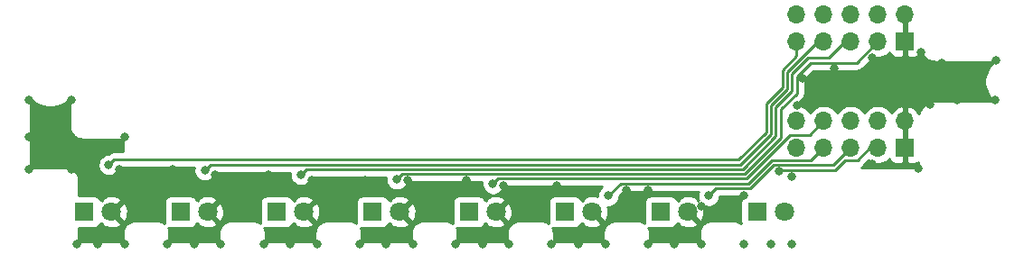
<source format=gbl>
G04 #@! TF.GenerationSoftware,KiCad,Pcbnew,(5.1.6-0-10_14)*
G04 #@! TF.CreationDate,2020-08-10T10:34:47+09:00*
G04 #@! TF.ProjectId,qPCR-photoarray,71504352-2d70-4686-9f74-6f6172726179,rev?*
G04 #@! TF.SameCoordinates,Original*
G04 #@! TF.FileFunction,Copper,L2,Bot*
G04 #@! TF.FilePolarity,Positive*
%FSLAX46Y46*%
G04 Gerber Fmt 4.6, Leading zero omitted, Abs format (unit mm)*
G04 Created by KiCad (PCBNEW (5.1.6-0-10_14)) date 2020-08-10 10:34:47*
%MOMM*%
%LPD*%
G01*
G04 APERTURE LIST*
G04 #@! TA.AperFunction,ComponentPad*
%ADD10R,1.700000X1.700000*%
G04 #@! TD*
G04 #@! TA.AperFunction,ComponentPad*
%ADD11O,1.700000X1.700000*%
G04 #@! TD*
G04 #@! TA.AperFunction,ComponentPad*
%ADD12C,1.800000*%
G04 #@! TD*
G04 #@! TA.AperFunction,ComponentPad*
%ADD13R,1.800000X1.800000*%
G04 #@! TD*
G04 #@! TA.AperFunction,ViaPad*
%ADD14C,0.800000*%
G04 #@! TD*
G04 #@! TA.AperFunction,Conductor*
%ADD15C,0.250000*%
G04 #@! TD*
G04 #@! TA.AperFunction,Conductor*
%ADD16C,0.254000*%
G04 #@! TD*
G04 APERTURE END LIST*
D10*
G04 #@! TO.P,U2,1*
G04 #@! TO.N,GND*
X193095000Y-102000000D03*
D11*
G04 #@! TO.P,U2,2*
X193095000Y-99460000D03*
G04 #@! TO.P,U2,3*
G04 #@! TO.N,N/C*
X190555000Y-102000000D03*
G04 #@! TO.P,U2,4*
G04 #@! TO.N,OUT15*
X190555000Y-99460000D03*
G04 #@! TO.P,U2,5*
G04 #@! TO.N,N/C*
X188015000Y-102000000D03*
G04 #@! TO.P,U2,6*
G04 #@! TO.N,OUT13*
X188015000Y-99460000D03*
G04 #@! TO.P,U2,7*
G04 #@! TO.N,N/C*
X185475000Y-102000000D03*
G04 #@! TO.P,U2,8*
X185475000Y-99460000D03*
G04 #@! TO.P,U2,9*
G04 #@! TO.N,OUT11*
X182935000Y-102000000D03*
G04 #@! TO.P,U2,10*
G04 #@! TO.N,OUT9*
X182935000Y-99460000D03*
G04 #@! TD*
G04 #@! TO.P,U1,10*
G04 #@! TO.N,OUT1*
X182935000Y-89460000D03*
G04 #@! TO.P,U1,9*
G04 #@! TO.N,N/C*
X182935000Y-92000000D03*
G04 #@! TO.P,U1,8*
G04 #@! TO.N,OUT3*
X185475000Y-89460000D03*
G04 #@! TO.P,U1,7*
G04 #@! TO.N,N/C*
X185475000Y-92000000D03*
G04 #@! TO.P,U1,6*
G04 #@! TO.N,OUT5*
X188015000Y-89460000D03*
G04 #@! TO.P,U1,5*
G04 #@! TO.N,N/C*
X188015000Y-92000000D03*
G04 #@! TO.P,U1,4*
G04 #@! TO.N,OUT7*
X190555000Y-89460000D03*
G04 #@! TO.P,U1,3*
G04 #@! TO.N,N/C*
X190555000Y-92000000D03*
G04 #@! TO.P,U1,2*
G04 #@! TO.N,GND*
X193095000Y-89460000D03*
D10*
G04 #@! TO.P,U1,1*
X193095000Y-92000000D03*
G04 #@! TD*
D12*
G04 #@! TO.P,D1,2*
G04 #@! TO.N,GND*
X118770000Y-108000000D03*
D13*
G04 #@! TO.P,D1,1*
G04 #@! TO.N,OUT1*
X116230000Y-108000000D03*
G04 #@! TD*
D12*
G04 #@! TO.P,D3,2*
G04 #@! TO.N,GND*
X127770000Y-108000000D03*
D13*
G04 #@! TO.P,D3,1*
G04 #@! TO.N,OUT3*
X125230000Y-108000000D03*
G04 #@! TD*
D12*
G04 #@! TO.P,D5,2*
G04 #@! TO.N,GND*
X136770000Y-108000000D03*
D13*
G04 #@! TO.P,D5,1*
G04 #@! TO.N,OUT5*
X134230000Y-108000000D03*
G04 #@! TD*
D12*
G04 #@! TO.P,D7,2*
G04 #@! TO.N,GND*
X145770000Y-108000000D03*
D13*
G04 #@! TO.P,D7,1*
G04 #@! TO.N,OUT7*
X143230000Y-108000000D03*
G04 #@! TD*
G04 #@! TO.P,D9,1*
G04 #@! TO.N,OUT9*
X152230000Y-108000000D03*
D12*
G04 #@! TO.P,D9,2*
G04 #@! TO.N,GND*
X154770000Y-108000000D03*
G04 #@! TD*
G04 #@! TO.P,D11,2*
G04 #@! TO.N,GND*
X163770000Y-108000000D03*
D13*
G04 #@! TO.P,D11,1*
G04 #@! TO.N,OUT11*
X161230000Y-108000000D03*
G04 #@! TD*
G04 #@! TO.P,D13,1*
G04 #@! TO.N,OUT13*
X170230000Y-108000000D03*
D12*
G04 #@! TO.P,D13,2*
G04 #@! TO.N,GND*
X172770000Y-108000000D03*
G04 #@! TD*
G04 #@! TO.P,D15,2*
G04 #@! TO.N,GND*
X181770000Y-108000000D03*
D13*
G04 #@! TO.P,D15,1*
G04 #@! TO.N,OUT15*
X179230000Y-108000000D03*
G04 #@! TD*
D14*
G04 #@! TO.N,*
X118500000Y-103600010D03*
X127500000Y-104100000D03*
X136500000Y-104500028D03*
X145500000Y-104950038D03*
X154500000Y-105400046D03*
X165300000Y-106500000D03*
X174700000Y-106500000D03*
X181300000Y-104200000D03*
G04 #@! TO.N,GND*
X111000000Y-97500000D03*
X194500000Y-97000000D03*
X189500000Y-98000000D03*
X195400000Y-97900000D03*
X194600000Y-93000000D03*
X201600000Y-93800000D03*
X198200000Y-95500000D03*
X196500000Y-94000000D03*
X200000000Y-95000000D03*
X115000000Y-97500000D03*
X111000000Y-101000000D03*
X111000000Y-104000000D03*
X120000000Y-101000000D03*
X115000000Y-101000000D03*
X115000000Y-104000000D03*
X119500000Y-104000000D03*
X124500000Y-104000000D03*
X122000000Y-108500000D03*
X117500000Y-111000000D03*
X126500000Y-111000000D03*
X135500000Y-111000000D03*
X144500000Y-111000000D03*
X153500000Y-111000000D03*
X162500000Y-111000000D03*
X171500000Y-111000000D03*
X180500000Y-111000000D03*
X182500000Y-111000000D03*
X178000000Y-111000000D03*
X174000000Y-111000000D03*
X169000000Y-111000000D03*
X165000000Y-111000000D03*
X160000000Y-111000000D03*
X156000000Y-111000000D03*
X151000000Y-111000000D03*
X147000000Y-111000000D03*
X142000000Y-111000000D03*
X138000000Y-111000000D03*
X133000000Y-111000000D03*
X129000000Y-111000000D03*
X124000000Y-111000000D03*
X120000000Y-111000000D03*
X115500000Y-111000000D03*
X122000000Y-106000000D03*
X131000000Y-106000000D03*
X131000000Y-108500000D03*
X128500000Y-104500000D03*
X133500000Y-104500000D03*
X140000000Y-108500000D03*
X140000000Y-106000000D03*
X142500000Y-105000000D03*
X137500000Y-105000000D03*
X149000000Y-108500000D03*
X149000000Y-106500000D03*
X146500000Y-105000000D03*
X152000000Y-105000000D03*
X158000000Y-108500000D03*
X158000000Y-106500000D03*
X155500000Y-105500000D03*
X160500000Y-105500000D03*
X176000000Y-108500000D03*
X174000000Y-107500000D03*
X178000000Y-106500000D03*
X190000000Y-103500000D03*
X183500000Y-95500000D03*
X183000000Y-98000000D03*
X186500000Y-98000000D03*
X192000000Y-98000000D03*
X186500000Y-94500000D03*
X190000000Y-93500000D03*
X185500000Y-96500000D03*
X188500000Y-96000000D03*
X191000000Y-96000000D03*
X193000000Y-95500000D03*
X201500000Y-97500000D03*
X198000000Y-97500000D03*
X113000000Y-103000000D03*
X113000000Y-99000000D03*
X116500000Y-103000000D03*
X167000000Y-108500000D03*
X169000000Y-106000000D03*
X167000000Y-106000000D03*
X194300000Y-103900000D03*
X182500000Y-104700000D03*
G04 #@! TD*
D15*
G04 #@! TO.N,*
X119000010Y-103100000D02*
X118500000Y-103600010D01*
X177500000Y-103100000D02*
X119000010Y-103100000D01*
X182935000Y-93365000D02*
X182935000Y-92000000D01*
X177500000Y-103100000D02*
X180100000Y-100500000D01*
X180100000Y-100500000D02*
X180100000Y-97800000D01*
X180100000Y-97800000D02*
X181600000Y-96300000D01*
X181600000Y-94700000D02*
X182935000Y-93365000D01*
X181600000Y-96300000D02*
X181600000Y-94700000D01*
X185475000Y-92635358D02*
X185475000Y-92000000D01*
X128049990Y-103550010D02*
X177686401Y-103550009D01*
X127500000Y-104100000D02*
X128049990Y-103550010D01*
X177686401Y-103550009D02*
X180550010Y-100686400D01*
X180550010Y-100686400D02*
X180550010Y-97986400D01*
X180550010Y-97986400D02*
X182050010Y-96486400D01*
X182050010Y-96486400D02*
X182050010Y-94886400D01*
X184936410Y-92000000D02*
X185475000Y-92000000D01*
X182050010Y-94886400D02*
X184936410Y-92000000D01*
X184036410Y-93536410D02*
X185963590Y-93536410D01*
X185963590Y-93536410D02*
X187500000Y-92000000D01*
X136500000Y-104500028D02*
X137000010Y-104000018D01*
X187500000Y-92000000D02*
X188015000Y-92000000D01*
X137000010Y-104000018D02*
X177872802Y-104000018D01*
X182500020Y-96672800D02*
X182500020Y-95072800D01*
X182500020Y-95072800D02*
X184036410Y-93536410D01*
X181000020Y-98172800D02*
X182500020Y-96672800D01*
X181000020Y-100872800D02*
X181000020Y-98172800D01*
X177872802Y-104000018D02*
X181000020Y-100872800D01*
X190536410Y-92000000D02*
X190555000Y-92000000D01*
X184222810Y-93986420D02*
X188568580Y-93986420D01*
X145500000Y-104950038D02*
X146000010Y-104450028D01*
X188568580Y-93986420D02*
X190555000Y-92000000D01*
X146000010Y-104450028D02*
X178059203Y-104450027D01*
X178059203Y-104450027D02*
X181450030Y-101059200D01*
X181450030Y-98359200D02*
X182950030Y-96859200D01*
X181450030Y-101059200D02*
X181450030Y-98359200D01*
X182950030Y-95259200D02*
X184222810Y-93986420D01*
X182950030Y-96859200D02*
X182950030Y-95259200D01*
X184135000Y-100800000D02*
X185475000Y-99460000D01*
X182345640Y-100800000D02*
X184135000Y-100800000D01*
X178245604Y-104900036D02*
X182345640Y-100800000D01*
X155000010Y-104900036D02*
X178245604Y-104900036D01*
X154500000Y-105400046D02*
X155000010Y-104900036D01*
X185475000Y-102547820D02*
X185475000Y-102000000D01*
X185100000Y-102000000D02*
X185475000Y-102000000D01*
X180607049Y-103175001D02*
X184299999Y-103175001D01*
X178432005Y-105350045D02*
X180607049Y-103175001D01*
X184299999Y-103175001D02*
X185475000Y-102000000D01*
X166449954Y-105350046D02*
X178432005Y-105350045D01*
X165300000Y-106500000D02*
X166449954Y-105350046D01*
X187500000Y-102000000D02*
X188015000Y-102000000D01*
X180793449Y-103625011D02*
X186389989Y-103625011D01*
X186389989Y-103625011D02*
X188015000Y-102000000D01*
X178618406Y-105800054D02*
X180793449Y-103625011D01*
X175399946Y-105800054D02*
X178618406Y-105800054D01*
X174700000Y-106500000D02*
X175399946Y-105800054D01*
X190390412Y-102000000D02*
X190555000Y-102000000D01*
X190200000Y-102000000D02*
X190555000Y-102000000D01*
X189800000Y-102000000D02*
X190555000Y-102000000D01*
X188624999Y-103175001D02*
X189800000Y-102000000D01*
X181300000Y-104100000D02*
X181324979Y-104075021D01*
X187476409Y-103175001D02*
X188624999Y-103175001D01*
X186576390Y-104075020D02*
X187476409Y-103175001D01*
X181324979Y-104075021D02*
X186576390Y-104075020D01*
X181300000Y-104200000D02*
X181300000Y-104100000D01*
G04 #@! TO.N,GND*
X118500000Y-105000000D02*
X117500000Y-104000000D01*
X116500000Y-103000000D02*
X116500000Y-104000000D01*
X116500000Y-104000000D02*
X115000000Y-104000000D01*
X117500000Y-104000000D02*
X116500000Y-104000000D01*
X119500000Y-104000000D02*
X118500000Y-105000000D01*
G04 #@! TD*
D16*
G04 #@! TO.N,GND*
G36*
X114815000Y-100033646D02*
G01*
X114817852Y-100062600D01*
X114817831Y-100065573D01*
X114818764Y-100075092D01*
X114823824Y-100123233D01*
X114824912Y-100134282D01*
X114825024Y-100134650D01*
X114828964Y-100172140D01*
X114841455Y-100232990D01*
X114853082Y-100293942D01*
X114855845Y-100303096D01*
X114855847Y-100303102D01*
X114884702Y-100396317D01*
X114908754Y-100453533D01*
X114932020Y-100511119D01*
X114936510Y-100519564D01*
X114982923Y-100605401D01*
X115017638Y-100656867D01*
X115051636Y-100708821D01*
X115057680Y-100716232D01*
X115119882Y-100791421D01*
X115163930Y-100835162D01*
X115207369Y-100879522D01*
X115214739Y-100885618D01*
X115214744Y-100885623D01*
X115214750Y-100885627D01*
X115290360Y-100947294D01*
X115342041Y-100981632D01*
X115393306Y-101016733D01*
X115401719Y-101021282D01*
X115487880Y-101067094D01*
X115545296Y-101090758D01*
X115602339Y-101115208D01*
X115611475Y-101118036D01*
X115704893Y-101146241D01*
X115765813Y-101158303D01*
X115826530Y-101171209D01*
X115836042Y-101172209D01*
X115933159Y-101181731D01*
X115933163Y-101181731D01*
X115966353Y-101185000D01*
X119815000Y-101185000D01*
X119815001Y-102033647D01*
X119817852Y-102062591D01*
X119817831Y-102065573D01*
X119818764Y-102075092D01*
X119823838Y-102123369D01*
X119824913Y-102134283D01*
X119825023Y-102134647D01*
X119828964Y-102172140D01*
X119841455Y-102232990D01*
X119853082Y-102293942D01*
X119855845Y-102303096D01*
X119855847Y-102303102D01*
X119867269Y-102340000D01*
X119037333Y-102340000D01*
X119000010Y-102336324D01*
X118962687Y-102340000D01*
X118962677Y-102340000D01*
X118851024Y-102350997D01*
X118727309Y-102388525D01*
X118707763Y-102394454D01*
X118575733Y-102465026D01*
X118547656Y-102488069D01*
X118460009Y-102559999D01*
X118455897Y-102565010D01*
X118398061Y-102565010D01*
X118198102Y-102604784D01*
X118009744Y-102682805D01*
X117840226Y-102796073D01*
X117696063Y-102940236D01*
X117582795Y-103109754D01*
X117504774Y-103298112D01*
X117465000Y-103498071D01*
X117465000Y-103701949D01*
X117504774Y-103901908D01*
X117582795Y-104090266D01*
X117696063Y-104259784D01*
X117840226Y-104403947D01*
X118009744Y-104517215D01*
X118198102Y-104595236D01*
X118398061Y-104635010D01*
X118601939Y-104635010D01*
X118801898Y-104595236D01*
X118990256Y-104517215D01*
X119159774Y-104403947D01*
X119303937Y-104259784D01*
X119417205Y-104090266D01*
X119495226Y-103901908D01*
X119503562Y-103860000D01*
X126492462Y-103860000D01*
X126465000Y-103998061D01*
X126465000Y-104201939D01*
X126504774Y-104401898D01*
X126582795Y-104590256D01*
X126696063Y-104759774D01*
X126840226Y-104903937D01*
X127009744Y-105017205D01*
X127198102Y-105095226D01*
X127398061Y-105135000D01*
X127601939Y-105135000D01*
X127801898Y-105095226D01*
X127990256Y-105017205D01*
X128159774Y-104903937D01*
X128303937Y-104759774D01*
X128417205Y-104590256D01*
X128495226Y-104401898D01*
X128513504Y-104310010D01*
X135482520Y-104310010D01*
X135465000Y-104398089D01*
X135465000Y-104601967D01*
X135504774Y-104801926D01*
X135582795Y-104990284D01*
X135696063Y-105159802D01*
X135840226Y-105303965D01*
X136009744Y-105417233D01*
X136198102Y-105495254D01*
X136398061Y-105535028D01*
X136601939Y-105535028D01*
X136801898Y-105495254D01*
X136990256Y-105417233D01*
X137159774Y-105303965D01*
X137303937Y-105159802D01*
X137417205Y-104990284D01*
X137495226Y-104801926D01*
X137503562Y-104760018D01*
X144482520Y-104760018D01*
X144465000Y-104848099D01*
X144465000Y-105051977D01*
X144504774Y-105251936D01*
X144582795Y-105440294D01*
X144696063Y-105609812D01*
X144840226Y-105753975D01*
X145009744Y-105867243D01*
X145198102Y-105945264D01*
X145398061Y-105985038D01*
X145601939Y-105985038D01*
X145801898Y-105945264D01*
X145990256Y-105867243D01*
X146159774Y-105753975D01*
X146303937Y-105609812D01*
X146417205Y-105440294D01*
X146495226Y-105251936D01*
X146503562Y-105210028D01*
X153482520Y-105210028D01*
X153465000Y-105298107D01*
X153465000Y-105501985D01*
X153504774Y-105701944D01*
X153582795Y-105890302D01*
X153696063Y-106059820D01*
X153840226Y-106203983D01*
X154009744Y-106317251D01*
X154198102Y-106395272D01*
X154398061Y-106435046D01*
X154601939Y-106435046D01*
X154801898Y-106395272D01*
X154990256Y-106317251D01*
X155159774Y-106203983D01*
X155303937Y-106059820D01*
X155417205Y-105890302D01*
X155495226Y-105701944D01*
X155503562Y-105660036D01*
X164694144Y-105660036D01*
X164640226Y-105696063D01*
X164496063Y-105840226D01*
X164382795Y-106009744D01*
X164304774Y-106198102D01*
X164265000Y-106398061D01*
X164265000Y-106542310D01*
X164005358Y-106475635D01*
X163703447Y-106459009D01*
X163404093Y-106501603D01*
X163118801Y-106601778D01*
X162969208Y-106681739D01*
X162885526Y-106935918D01*
X162769578Y-106819970D01*
X162722813Y-106866735D01*
X162719502Y-106855820D01*
X162660537Y-106745506D01*
X162581185Y-106648815D01*
X162484494Y-106569463D01*
X162374180Y-106510498D01*
X162254482Y-106474188D01*
X162130000Y-106461928D01*
X160330000Y-106461928D01*
X160205518Y-106474188D01*
X160085820Y-106510498D01*
X159975506Y-106569463D01*
X159878815Y-106648815D01*
X159799463Y-106745506D01*
X159740498Y-106855820D01*
X159704188Y-106975518D01*
X159691928Y-107100000D01*
X159691928Y-108900000D01*
X159704188Y-109024482D01*
X159713772Y-109056076D01*
X159709640Y-109052706D01*
X159657959Y-109018368D01*
X159606694Y-108983267D01*
X159598281Y-108978718D01*
X159512120Y-108932906D01*
X159454704Y-108909242D01*
X159397661Y-108884792D01*
X159388525Y-108881964D01*
X159295107Y-108853759D01*
X159234195Y-108841698D01*
X159173471Y-108828791D01*
X159163959Y-108827791D01*
X159066841Y-108818269D01*
X159066837Y-108818269D01*
X159033647Y-108815000D01*
X156966353Y-108815000D01*
X156937399Y-108817852D01*
X156934427Y-108817831D01*
X156924909Y-108818764D01*
X156876790Y-108823821D01*
X156865717Y-108824912D01*
X156865348Y-108825024D01*
X156827860Y-108828964D01*
X156767017Y-108841453D01*
X156706058Y-108853082D01*
X156696902Y-108855846D01*
X156603683Y-108884702D01*
X156546434Y-108908768D01*
X156488881Y-108932021D01*
X156480436Y-108936511D01*
X156394598Y-108982923D01*
X156343115Y-109017650D01*
X156291179Y-109051636D01*
X156283767Y-109057680D01*
X156208579Y-109119882D01*
X156164818Y-109163949D01*
X156120478Y-109207370D01*
X156114381Y-109214739D01*
X156052706Y-109290360D01*
X156018368Y-109342041D01*
X155983267Y-109393306D01*
X155978718Y-109401719D01*
X155932906Y-109487880D01*
X155909242Y-109545296D01*
X155884792Y-109602339D01*
X155881964Y-109611475D01*
X155853759Y-109704893D01*
X155841698Y-109765805D01*
X155828791Y-109826529D01*
X155827791Y-109836041D01*
X155818269Y-109933159D01*
X155818269Y-109933173D01*
X155815001Y-109966353D01*
X155815000Y-110815000D01*
X151185000Y-110815000D01*
X151185000Y-109966353D01*
X151182148Y-109937399D01*
X151182169Y-109934427D01*
X151181236Y-109924909D01*
X151176179Y-109876790D01*
X151175088Y-109865717D01*
X151174976Y-109865348D01*
X151171036Y-109827860D01*
X151158547Y-109767017D01*
X151146918Y-109706058D01*
X151144154Y-109696902D01*
X151115298Y-109603683D01*
X151091232Y-109546434D01*
X151067979Y-109488881D01*
X151063489Y-109480436D01*
X151061306Y-109476399D01*
X151085820Y-109489502D01*
X151205518Y-109525812D01*
X151330000Y-109538072D01*
X153130000Y-109538072D01*
X153254482Y-109525812D01*
X153374180Y-109489502D01*
X153484494Y-109430537D01*
X153581185Y-109351185D01*
X153660537Y-109254494D01*
X153719502Y-109144180D01*
X153722813Y-109133265D01*
X153769578Y-109180030D01*
X153885526Y-109064082D01*
X153969208Y-109318261D01*
X154241775Y-109449158D01*
X154534642Y-109524365D01*
X154836553Y-109540991D01*
X155135907Y-109498397D01*
X155421199Y-109398222D01*
X155570792Y-109318261D01*
X155654475Y-109064080D01*
X154770000Y-108179605D01*
X154755858Y-108193748D01*
X154576253Y-108014143D01*
X154590395Y-108000000D01*
X154949605Y-108000000D01*
X155834080Y-108884475D01*
X156088261Y-108800792D01*
X156219158Y-108528225D01*
X156294365Y-108235358D01*
X156310991Y-107933447D01*
X156268397Y-107634093D01*
X156168222Y-107348801D01*
X156088261Y-107199208D01*
X155834080Y-107115525D01*
X154949605Y-108000000D01*
X154590395Y-108000000D01*
X154576253Y-107985858D01*
X154755858Y-107806253D01*
X154770000Y-107820395D01*
X155654475Y-106935920D01*
X155570792Y-106681739D01*
X155298225Y-106550842D01*
X155005358Y-106475635D01*
X154703447Y-106459009D01*
X154404093Y-106501603D01*
X154118801Y-106601778D01*
X153969208Y-106681739D01*
X153885526Y-106935918D01*
X153769578Y-106819970D01*
X153722813Y-106866735D01*
X153719502Y-106855820D01*
X153660537Y-106745506D01*
X153581185Y-106648815D01*
X153484494Y-106569463D01*
X153374180Y-106510498D01*
X153254482Y-106474188D01*
X153130000Y-106461928D01*
X151330000Y-106461928D01*
X151205518Y-106474188D01*
X151085820Y-106510498D01*
X150975506Y-106569463D01*
X150878815Y-106648815D01*
X150799463Y-106745506D01*
X150740498Y-106855820D01*
X150704188Y-106975518D01*
X150691928Y-107100000D01*
X150691928Y-108900000D01*
X150704188Y-109024482D01*
X150713772Y-109056076D01*
X150709640Y-109052706D01*
X150657959Y-109018368D01*
X150606694Y-108983267D01*
X150598281Y-108978718D01*
X150512120Y-108932906D01*
X150454704Y-108909242D01*
X150397661Y-108884792D01*
X150388525Y-108881964D01*
X150295107Y-108853759D01*
X150234195Y-108841698D01*
X150173471Y-108828791D01*
X150163959Y-108827791D01*
X150066841Y-108818269D01*
X150066837Y-108818269D01*
X150033647Y-108815000D01*
X147966353Y-108815000D01*
X147937399Y-108817852D01*
X147934427Y-108817831D01*
X147924909Y-108818764D01*
X147876790Y-108823821D01*
X147865717Y-108824912D01*
X147865348Y-108825024D01*
X147827860Y-108828964D01*
X147767017Y-108841453D01*
X147706058Y-108853082D01*
X147696902Y-108855846D01*
X147603683Y-108884702D01*
X147546434Y-108908768D01*
X147488881Y-108932021D01*
X147480436Y-108936511D01*
X147394598Y-108982923D01*
X147343115Y-109017650D01*
X147291179Y-109051636D01*
X147283767Y-109057680D01*
X147208579Y-109119882D01*
X147164818Y-109163949D01*
X147120478Y-109207370D01*
X147114381Y-109214739D01*
X147052706Y-109290360D01*
X147018368Y-109342041D01*
X146983267Y-109393306D01*
X146978718Y-109401719D01*
X146932906Y-109487880D01*
X146909242Y-109545296D01*
X146884792Y-109602339D01*
X146881964Y-109611475D01*
X146853759Y-109704893D01*
X146841698Y-109765805D01*
X146828791Y-109826529D01*
X146827791Y-109836041D01*
X146818269Y-109933159D01*
X146818269Y-109933173D01*
X146815001Y-109966353D01*
X146815000Y-110815000D01*
X142185000Y-110815000D01*
X142185000Y-109966353D01*
X142182148Y-109937399D01*
X142182169Y-109934427D01*
X142181236Y-109924909D01*
X142176179Y-109876790D01*
X142175088Y-109865717D01*
X142174976Y-109865348D01*
X142171036Y-109827860D01*
X142158547Y-109767017D01*
X142146918Y-109706058D01*
X142144154Y-109696902D01*
X142115298Y-109603683D01*
X142091232Y-109546434D01*
X142067979Y-109488881D01*
X142063489Y-109480436D01*
X142061306Y-109476399D01*
X142085820Y-109489502D01*
X142205518Y-109525812D01*
X142330000Y-109538072D01*
X144130000Y-109538072D01*
X144254482Y-109525812D01*
X144374180Y-109489502D01*
X144484494Y-109430537D01*
X144581185Y-109351185D01*
X144660537Y-109254494D01*
X144719502Y-109144180D01*
X144722813Y-109133265D01*
X144769578Y-109180030D01*
X144885526Y-109064082D01*
X144969208Y-109318261D01*
X145241775Y-109449158D01*
X145534642Y-109524365D01*
X145836553Y-109540991D01*
X146135907Y-109498397D01*
X146421199Y-109398222D01*
X146570792Y-109318261D01*
X146654475Y-109064080D01*
X145770000Y-108179605D01*
X145755858Y-108193748D01*
X145576253Y-108014143D01*
X145590395Y-108000000D01*
X145949605Y-108000000D01*
X146834080Y-108884475D01*
X147088261Y-108800792D01*
X147219158Y-108528225D01*
X147294365Y-108235358D01*
X147310991Y-107933447D01*
X147268397Y-107634093D01*
X147168222Y-107348801D01*
X147088261Y-107199208D01*
X146834080Y-107115525D01*
X145949605Y-108000000D01*
X145590395Y-108000000D01*
X145576253Y-107985858D01*
X145755858Y-107806253D01*
X145770000Y-107820395D01*
X146654475Y-106935920D01*
X146570792Y-106681739D01*
X146298225Y-106550842D01*
X146005358Y-106475635D01*
X145703447Y-106459009D01*
X145404093Y-106501603D01*
X145118801Y-106601778D01*
X144969208Y-106681739D01*
X144885526Y-106935918D01*
X144769578Y-106819970D01*
X144722813Y-106866735D01*
X144719502Y-106855820D01*
X144660537Y-106745506D01*
X144581185Y-106648815D01*
X144484494Y-106569463D01*
X144374180Y-106510498D01*
X144254482Y-106474188D01*
X144130000Y-106461928D01*
X142330000Y-106461928D01*
X142205518Y-106474188D01*
X142085820Y-106510498D01*
X141975506Y-106569463D01*
X141878815Y-106648815D01*
X141799463Y-106745506D01*
X141740498Y-106855820D01*
X141704188Y-106975518D01*
X141691928Y-107100000D01*
X141691928Y-108900000D01*
X141704188Y-109024482D01*
X141713772Y-109056076D01*
X141709640Y-109052706D01*
X141657959Y-109018368D01*
X141606694Y-108983267D01*
X141598281Y-108978718D01*
X141512120Y-108932906D01*
X141454704Y-108909242D01*
X141397661Y-108884792D01*
X141388525Y-108881964D01*
X141295107Y-108853759D01*
X141234195Y-108841698D01*
X141173471Y-108828791D01*
X141163959Y-108827791D01*
X141066841Y-108818269D01*
X141066837Y-108818269D01*
X141033647Y-108815000D01*
X138966353Y-108815000D01*
X138937399Y-108817852D01*
X138934427Y-108817831D01*
X138924909Y-108818764D01*
X138876790Y-108823821D01*
X138865717Y-108824912D01*
X138865348Y-108825024D01*
X138827860Y-108828964D01*
X138767017Y-108841453D01*
X138706058Y-108853082D01*
X138696902Y-108855846D01*
X138603683Y-108884702D01*
X138546434Y-108908768D01*
X138488881Y-108932021D01*
X138480436Y-108936511D01*
X138394598Y-108982923D01*
X138343115Y-109017650D01*
X138291179Y-109051636D01*
X138283767Y-109057680D01*
X138208579Y-109119882D01*
X138164818Y-109163949D01*
X138120478Y-109207370D01*
X138114381Y-109214739D01*
X138052706Y-109290360D01*
X138018368Y-109342041D01*
X137983267Y-109393306D01*
X137978718Y-109401719D01*
X137932906Y-109487880D01*
X137909242Y-109545296D01*
X137884792Y-109602339D01*
X137881964Y-109611475D01*
X137853759Y-109704893D01*
X137841698Y-109765805D01*
X137828791Y-109826529D01*
X137827791Y-109836041D01*
X137818269Y-109933159D01*
X137818269Y-109933173D01*
X137815001Y-109966353D01*
X137815000Y-110815000D01*
X133185000Y-110815000D01*
X133185000Y-109966353D01*
X133182148Y-109937399D01*
X133182169Y-109934427D01*
X133181236Y-109924909D01*
X133176179Y-109876790D01*
X133175088Y-109865717D01*
X133174976Y-109865348D01*
X133171036Y-109827860D01*
X133158547Y-109767017D01*
X133146918Y-109706058D01*
X133144154Y-109696902D01*
X133115298Y-109603683D01*
X133091232Y-109546434D01*
X133067979Y-109488881D01*
X133063489Y-109480436D01*
X133061306Y-109476399D01*
X133085820Y-109489502D01*
X133205518Y-109525812D01*
X133330000Y-109538072D01*
X135130000Y-109538072D01*
X135254482Y-109525812D01*
X135374180Y-109489502D01*
X135484494Y-109430537D01*
X135581185Y-109351185D01*
X135660537Y-109254494D01*
X135719502Y-109144180D01*
X135722813Y-109133265D01*
X135769578Y-109180030D01*
X135885526Y-109064082D01*
X135969208Y-109318261D01*
X136241775Y-109449158D01*
X136534642Y-109524365D01*
X136836553Y-109540991D01*
X137135907Y-109498397D01*
X137421199Y-109398222D01*
X137570792Y-109318261D01*
X137654475Y-109064080D01*
X136770000Y-108179605D01*
X136755858Y-108193748D01*
X136576253Y-108014143D01*
X136590395Y-108000000D01*
X136949605Y-108000000D01*
X137834080Y-108884475D01*
X138088261Y-108800792D01*
X138219158Y-108528225D01*
X138294365Y-108235358D01*
X138310991Y-107933447D01*
X138268397Y-107634093D01*
X138168222Y-107348801D01*
X138088261Y-107199208D01*
X137834080Y-107115525D01*
X136949605Y-108000000D01*
X136590395Y-108000000D01*
X136576253Y-107985858D01*
X136755858Y-107806253D01*
X136770000Y-107820395D01*
X137654475Y-106935920D01*
X137570792Y-106681739D01*
X137298225Y-106550842D01*
X137005358Y-106475635D01*
X136703447Y-106459009D01*
X136404093Y-106501603D01*
X136118801Y-106601778D01*
X135969208Y-106681739D01*
X135885526Y-106935918D01*
X135769578Y-106819970D01*
X135722813Y-106866735D01*
X135719502Y-106855820D01*
X135660537Y-106745506D01*
X135581185Y-106648815D01*
X135484494Y-106569463D01*
X135374180Y-106510498D01*
X135254482Y-106474188D01*
X135130000Y-106461928D01*
X133330000Y-106461928D01*
X133205518Y-106474188D01*
X133085820Y-106510498D01*
X132975506Y-106569463D01*
X132878815Y-106648815D01*
X132799463Y-106745506D01*
X132740498Y-106855820D01*
X132704188Y-106975518D01*
X132691928Y-107100000D01*
X132691928Y-108900000D01*
X132704188Y-109024482D01*
X132713772Y-109056076D01*
X132709640Y-109052706D01*
X132657959Y-109018368D01*
X132606694Y-108983267D01*
X132598281Y-108978718D01*
X132512120Y-108932906D01*
X132454704Y-108909242D01*
X132397661Y-108884792D01*
X132388525Y-108881964D01*
X132295107Y-108853759D01*
X132234195Y-108841698D01*
X132173471Y-108828791D01*
X132163959Y-108827791D01*
X132066841Y-108818269D01*
X132066837Y-108818269D01*
X132033647Y-108815000D01*
X129966353Y-108815000D01*
X129937399Y-108817852D01*
X129934427Y-108817831D01*
X129924909Y-108818764D01*
X129876790Y-108823821D01*
X129865717Y-108824912D01*
X129865348Y-108825024D01*
X129827860Y-108828964D01*
X129767017Y-108841453D01*
X129706058Y-108853082D01*
X129696902Y-108855846D01*
X129603683Y-108884702D01*
X129546434Y-108908768D01*
X129488881Y-108932021D01*
X129480436Y-108936511D01*
X129394598Y-108982923D01*
X129343115Y-109017650D01*
X129291179Y-109051636D01*
X129283767Y-109057680D01*
X129208579Y-109119882D01*
X129164818Y-109163949D01*
X129120478Y-109207370D01*
X129114381Y-109214739D01*
X129052706Y-109290360D01*
X129018368Y-109342041D01*
X128983267Y-109393306D01*
X128978718Y-109401719D01*
X128932906Y-109487880D01*
X128909242Y-109545296D01*
X128884792Y-109602339D01*
X128881964Y-109611475D01*
X128853759Y-109704893D01*
X128841698Y-109765805D01*
X128828791Y-109826529D01*
X128827791Y-109836041D01*
X128818269Y-109933159D01*
X128818269Y-109933173D01*
X128815001Y-109966353D01*
X128815000Y-110815000D01*
X124185000Y-110815000D01*
X124185000Y-109966353D01*
X124182148Y-109937399D01*
X124182169Y-109934427D01*
X124181236Y-109924909D01*
X124176179Y-109876790D01*
X124175088Y-109865717D01*
X124174976Y-109865348D01*
X124171036Y-109827860D01*
X124158547Y-109767017D01*
X124146918Y-109706058D01*
X124144154Y-109696902D01*
X124115298Y-109603683D01*
X124091232Y-109546434D01*
X124067979Y-109488881D01*
X124063489Y-109480436D01*
X124061306Y-109476399D01*
X124085820Y-109489502D01*
X124205518Y-109525812D01*
X124330000Y-109538072D01*
X126130000Y-109538072D01*
X126254482Y-109525812D01*
X126374180Y-109489502D01*
X126484494Y-109430537D01*
X126581185Y-109351185D01*
X126660537Y-109254494D01*
X126719502Y-109144180D01*
X126722813Y-109133265D01*
X126769578Y-109180030D01*
X126885526Y-109064082D01*
X126969208Y-109318261D01*
X127241775Y-109449158D01*
X127534642Y-109524365D01*
X127836553Y-109540991D01*
X128135907Y-109498397D01*
X128421199Y-109398222D01*
X128570792Y-109318261D01*
X128654475Y-109064080D01*
X127770000Y-108179605D01*
X127755858Y-108193748D01*
X127576253Y-108014143D01*
X127590395Y-108000000D01*
X127949605Y-108000000D01*
X128834080Y-108884475D01*
X129088261Y-108800792D01*
X129219158Y-108528225D01*
X129294365Y-108235358D01*
X129310991Y-107933447D01*
X129268397Y-107634093D01*
X129168222Y-107348801D01*
X129088261Y-107199208D01*
X128834080Y-107115525D01*
X127949605Y-108000000D01*
X127590395Y-108000000D01*
X127576253Y-107985858D01*
X127755858Y-107806253D01*
X127770000Y-107820395D01*
X128654475Y-106935920D01*
X128570792Y-106681739D01*
X128298225Y-106550842D01*
X128005358Y-106475635D01*
X127703447Y-106459009D01*
X127404093Y-106501603D01*
X127118801Y-106601778D01*
X126969208Y-106681739D01*
X126885526Y-106935918D01*
X126769578Y-106819970D01*
X126722813Y-106866735D01*
X126719502Y-106855820D01*
X126660537Y-106745506D01*
X126581185Y-106648815D01*
X126484494Y-106569463D01*
X126374180Y-106510498D01*
X126254482Y-106474188D01*
X126130000Y-106461928D01*
X124330000Y-106461928D01*
X124205518Y-106474188D01*
X124085820Y-106510498D01*
X123975506Y-106569463D01*
X123878815Y-106648815D01*
X123799463Y-106745506D01*
X123740498Y-106855820D01*
X123704188Y-106975518D01*
X123691928Y-107100000D01*
X123691928Y-108900000D01*
X123704188Y-109024482D01*
X123713772Y-109056076D01*
X123709640Y-109052706D01*
X123657959Y-109018368D01*
X123606694Y-108983267D01*
X123598281Y-108978718D01*
X123512120Y-108932906D01*
X123454704Y-108909242D01*
X123397661Y-108884792D01*
X123388525Y-108881964D01*
X123295107Y-108853759D01*
X123234195Y-108841698D01*
X123173471Y-108828791D01*
X123163959Y-108827791D01*
X123066841Y-108818269D01*
X123066837Y-108818269D01*
X123033647Y-108815000D01*
X120966353Y-108815000D01*
X120937399Y-108817852D01*
X120934427Y-108817831D01*
X120924909Y-108818764D01*
X120876790Y-108823821D01*
X120865717Y-108824912D01*
X120865348Y-108825024D01*
X120827860Y-108828964D01*
X120767017Y-108841453D01*
X120706058Y-108853082D01*
X120696902Y-108855846D01*
X120603683Y-108884702D01*
X120546434Y-108908768D01*
X120488881Y-108932021D01*
X120480436Y-108936511D01*
X120394598Y-108982923D01*
X120343115Y-109017650D01*
X120291179Y-109051636D01*
X120283767Y-109057680D01*
X120208579Y-109119882D01*
X120164818Y-109163949D01*
X120120478Y-109207370D01*
X120114381Y-109214739D01*
X120052706Y-109290360D01*
X120018368Y-109342041D01*
X119983267Y-109393306D01*
X119978718Y-109401719D01*
X119932906Y-109487880D01*
X119909242Y-109545296D01*
X119884792Y-109602339D01*
X119881964Y-109611475D01*
X119853759Y-109704893D01*
X119841698Y-109765805D01*
X119828791Y-109826529D01*
X119827791Y-109836041D01*
X119818269Y-109933159D01*
X119818269Y-109933173D01*
X119815001Y-109966353D01*
X119815000Y-110815000D01*
X115685000Y-110815000D01*
X115685000Y-109538072D01*
X117130000Y-109538072D01*
X117254482Y-109525812D01*
X117374180Y-109489502D01*
X117484494Y-109430537D01*
X117581185Y-109351185D01*
X117660537Y-109254494D01*
X117719502Y-109144180D01*
X117722813Y-109133265D01*
X117769578Y-109180030D01*
X117885526Y-109064082D01*
X117969208Y-109318261D01*
X118241775Y-109449158D01*
X118534642Y-109524365D01*
X118836553Y-109540991D01*
X119135907Y-109498397D01*
X119421199Y-109398222D01*
X119570792Y-109318261D01*
X119654475Y-109064080D01*
X118770000Y-108179605D01*
X118755858Y-108193748D01*
X118576253Y-108014143D01*
X118590395Y-108000000D01*
X118949605Y-108000000D01*
X119834080Y-108884475D01*
X120088261Y-108800792D01*
X120219158Y-108528225D01*
X120294365Y-108235358D01*
X120310991Y-107933447D01*
X120268397Y-107634093D01*
X120168222Y-107348801D01*
X120088261Y-107199208D01*
X119834080Y-107115525D01*
X118949605Y-108000000D01*
X118590395Y-108000000D01*
X118576253Y-107985858D01*
X118755858Y-107806253D01*
X118770000Y-107820395D01*
X119654475Y-106935920D01*
X119570792Y-106681739D01*
X119298225Y-106550842D01*
X119005358Y-106475635D01*
X118703447Y-106459009D01*
X118404093Y-106501603D01*
X118118801Y-106601778D01*
X117969208Y-106681739D01*
X117885526Y-106935918D01*
X117769578Y-106819970D01*
X117722813Y-106866735D01*
X117719502Y-106855820D01*
X117660537Y-106745506D01*
X117581185Y-106648815D01*
X117484494Y-106569463D01*
X117374180Y-106510498D01*
X117254482Y-106474188D01*
X117130000Y-106461928D01*
X115685000Y-106461928D01*
X115685000Y-104966353D01*
X115682148Y-104937399D01*
X115682169Y-104934427D01*
X115681236Y-104924909D01*
X115676179Y-104876790D01*
X115675088Y-104865717D01*
X115674976Y-104865348D01*
X115671036Y-104827860D01*
X115658547Y-104767017D01*
X115646918Y-104706058D01*
X115644154Y-104696902D01*
X115615298Y-104603683D01*
X115591226Y-104546419D01*
X115567979Y-104488881D01*
X115563489Y-104480436D01*
X115517077Y-104394598D01*
X115482350Y-104343115D01*
X115448364Y-104291179D01*
X115442320Y-104283767D01*
X115380118Y-104208579D01*
X115336051Y-104164818D01*
X115292630Y-104120478D01*
X115285261Y-104114381D01*
X115209640Y-104052706D01*
X115157959Y-104018368D01*
X115106694Y-103983267D01*
X115098281Y-103978718D01*
X115012120Y-103932906D01*
X114954704Y-103909242D01*
X114897661Y-103884792D01*
X114888525Y-103881964D01*
X114795107Y-103853759D01*
X114734195Y-103841698D01*
X114673471Y-103828791D01*
X114663959Y-103827791D01*
X114566841Y-103818269D01*
X114566837Y-103818269D01*
X114533647Y-103815000D01*
X111185000Y-103815000D01*
X111185000Y-97370177D01*
X111442564Y-97627741D01*
X111842721Y-97895117D01*
X112287351Y-98079289D01*
X112759368Y-98173179D01*
X113240632Y-98173179D01*
X113712649Y-98079289D01*
X114157279Y-97895117D01*
X114557436Y-97627741D01*
X114815000Y-97370177D01*
X114815000Y-100033646D01*
G37*
X114815000Y-100033646D02*
X114817852Y-100062600D01*
X114817831Y-100065573D01*
X114818764Y-100075092D01*
X114823824Y-100123233D01*
X114824912Y-100134282D01*
X114825024Y-100134650D01*
X114828964Y-100172140D01*
X114841455Y-100232990D01*
X114853082Y-100293942D01*
X114855845Y-100303096D01*
X114855847Y-100303102D01*
X114884702Y-100396317D01*
X114908754Y-100453533D01*
X114932020Y-100511119D01*
X114936510Y-100519564D01*
X114982923Y-100605401D01*
X115017638Y-100656867D01*
X115051636Y-100708821D01*
X115057680Y-100716232D01*
X115119882Y-100791421D01*
X115163930Y-100835162D01*
X115207369Y-100879522D01*
X115214739Y-100885618D01*
X115214744Y-100885623D01*
X115214750Y-100885627D01*
X115290360Y-100947294D01*
X115342041Y-100981632D01*
X115393306Y-101016733D01*
X115401719Y-101021282D01*
X115487880Y-101067094D01*
X115545296Y-101090758D01*
X115602339Y-101115208D01*
X115611475Y-101118036D01*
X115704893Y-101146241D01*
X115765813Y-101158303D01*
X115826530Y-101171209D01*
X115836042Y-101172209D01*
X115933159Y-101181731D01*
X115933163Y-101181731D01*
X115966353Y-101185000D01*
X119815000Y-101185000D01*
X119815001Y-102033647D01*
X119817852Y-102062591D01*
X119817831Y-102065573D01*
X119818764Y-102075092D01*
X119823838Y-102123369D01*
X119824913Y-102134283D01*
X119825023Y-102134647D01*
X119828964Y-102172140D01*
X119841455Y-102232990D01*
X119853082Y-102293942D01*
X119855845Y-102303096D01*
X119855847Y-102303102D01*
X119867269Y-102340000D01*
X119037333Y-102340000D01*
X119000010Y-102336324D01*
X118962687Y-102340000D01*
X118962677Y-102340000D01*
X118851024Y-102350997D01*
X118727309Y-102388525D01*
X118707763Y-102394454D01*
X118575733Y-102465026D01*
X118547656Y-102488069D01*
X118460009Y-102559999D01*
X118455897Y-102565010D01*
X118398061Y-102565010D01*
X118198102Y-102604784D01*
X118009744Y-102682805D01*
X117840226Y-102796073D01*
X117696063Y-102940236D01*
X117582795Y-103109754D01*
X117504774Y-103298112D01*
X117465000Y-103498071D01*
X117465000Y-103701949D01*
X117504774Y-103901908D01*
X117582795Y-104090266D01*
X117696063Y-104259784D01*
X117840226Y-104403947D01*
X118009744Y-104517215D01*
X118198102Y-104595236D01*
X118398061Y-104635010D01*
X118601939Y-104635010D01*
X118801898Y-104595236D01*
X118990256Y-104517215D01*
X119159774Y-104403947D01*
X119303937Y-104259784D01*
X119417205Y-104090266D01*
X119495226Y-103901908D01*
X119503562Y-103860000D01*
X126492462Y-103860000D01*
X126465000Y-103998061D01*
X126465000Y-104201939D01*
X126504774Y-104401898D01*
X126582795Y-104590256D01*
X126696063Y-104759774D01*
X126840226Y-104903937D01*
X127009744Y-105017205D01*
X127198102Y-105095226D01*
X127398061Y-105135000D01*
X127601939Y-105135000D01*
X127801898Y-105095226D01*
X127990256Y-105017205D01*
X128159774Y-104903937D01*
X128303937Y-104759774D01*
X128417205Y-104590256D01*
X128495226Y-104401898D01*
X128513504Y-104310010D01*
X135482520Y-104310010D01*
X135465000Y-104398089D01*
X135465000Y-104601967D01*
X135504774Y-104801926D01*
X135582795Y-104990284D01*
X135696063Y-105159802D01*
X135840226Y-105303965D01*
X136009744Y-105417233D01*
X136198102Y-105495254D01*
X136398061Y-105535028D01*
X136601939Y-105535028D01*
X136801898Y-105495254D01*
X136990256Y-105417233D01*
X137159774Y-105303965D01*
X137303937Y-105159802D01*
X137417205Y-104990284D01*
X137495226Y-104801926D01*
X137503562Y-104760018D01*
X144482520Y-104760018D01*
X144465000Y-104848099D01*
X144465000Y-105051977D01*
X144504774Y-105251936D01*
X144582795Y-105440294D01*
X144696063Y-105609812D01*
X144840226Y-105753975D01*
X145009744Y-105867243D01*
X145198102Y-105945264D01*
X145398061Y-105985038D01*
X145601939Y-105985038D01*
X145801898Y-105945264D01*
X145990256Y-105867243D01*
X146159774Y-105753975D01*
X146303937Y-105609812D01*
X146417205Y-105440294D01*
X146495226Y-105251936D01*
X146503562Y-105210028D01*
X153482520Y-105210028D01*
X153465000Y-105298107D01*
X153465000Y-105501985D01*
X153504774Y-105701944D01*
X153582795Y-105890302D01*
X153696063Y-106059820D01*
X153840226Y-106203983D01*
X154009744Y-106317251D01*
X154198102Y-106395272D01*
X154398061Y-106435046D01*
X154601939Y-106435046D01*
X154801898Y-106395272D01*
X154990256Y-106317251D01*
X155159774Y-106203983D01*
X155303937Y-106059820D01*
X155417205Y-105890302D01*
X155495226Y-105701944D01*
X155503562Y-105660036D01*
X164694144Y-105660036D01*
X164640226Y-105696063D01*
X164496063Y-105840226D01*
X164382795Y-106009744D01*
X164304774Y-106198102D01*
X164265000Y-106398061D01*
X164265000Y-106542310D01*
X164005358Y-106475635D01*
X163703447Y-106459009D01*
X163404093Y-106501603D01*
X163118801Y-106601778D01*
X162969208Y-106681739D01*
X162885526Y-106935918D01*
X162769578Y-106819970D01*
X162722813Y-106866735D01*
X162719502Y-106855820D01*
X162660537Y-106745506D01*
X162581185Y-106648815D01*
X162484494Y-106569463D01*
X162374180Y-106510498D01*
X162254482Y-106474188D01*
X162130000Y-106461928D01*
X160330000Y-106461928D01*
X160205518Y-106474188D01*
X160085820Y-106510498D01*
X159975506Y-106569463D01*
X159878815Y-106648815D01*
X159799463Y-106745506D01*
X159740498Y-106855820D01*
X159704188Y-106975518D01*
X159691928Y-107100000D01*
X159691928Y-108900000D01*
X159704188Y-109024482D01*
X159713772Y-109056076D01*
X159709640Y-109052706D01*
X159657959Y-109018368D01*
X159606694Y-108983267D01*
X159598281Y-108978718D01*
X159512120Y-108932906D01*
X159454704Y-108909242D01*
X159397661Y-108884792D01*
X159388525Y-108881964D01*
X159295107Y-108853759D01*
X159234195Y-108841698D01*
X159173471Y-108828791D01*
X159163959Y-108827791D01*
X159066841Y-108818269D01*
X159066837Y-108818269D01*
X159033647Y-108815000D01*
X156966353Y-108815000D01*
X156937399Y-108817852D01*
X156934427Y-108817831D01*
X156924909Y-108818764D01*
X156876790Y-108823821D01*
X156865717Y-108824912D01*
X156865348Y-108825024D01*
X156827860Y-108828964D01*
X156767017Y-108841453D01*
X156706058Y-108853082D01*
X156696902Y-108855846D01*
X156603683Y-108884702D01*
X156546434Y-108908768D01*
X156488881Y-108932021D01*
X156480436Y-108936511D01*
X156394598Y-108982923D01*
X156343115Y-109017650D01*
X156291179Y-109051636D01*
X156283767Y-109057680D01*
X156208579Y-109119882D01*
X156164818Y-109163949D01*
X156120478Y-109207370D01*
X156114381Y-109214739D01*
X156052706Y-109290360D01*
X156018368Y-109342041D01*
X155983267Y-109393306D01*
X155978718Y-109401719D01*
X155932906Y-109487880D01*
X155909242Y-109545296D01*
X155884792Y-109602339D01*
X155881964Y-109611475D01*
X155853759Y-109704893D01*
X155841698Y-109765805D01*
X155828791Y-109826529D01*
X155827791Y-109836041D01*
X155818269Y-109933159D01*
X155818269Y-109933173D01*
X155815001Y-109966353D01*
X155815000Y-110815000D01*
X151185000Y-110815000D01*
X151185000Y-109966353D01*
X151182148Y-109937399D01*
X151182169Y-109934427D01*
X151181236Y-109924909D01*
X151176179Y-109876790D01*
X151175088Y-109865717D01*
X151174976Y-109865348D01*
X151171036Y-109827860D01*
X151158547Y-109767017D01*
X151146918Y-109706058D01*
X151144154Y-109696902D01*
X151115298Y-109603683D01*
X151091232Y-109546434D01*
X151067979Y-109488881D01*
X151063489Y-109480436D01*
X151061306Y-109476399D01*
X151085820Y-109489502D01*
X151205518Y-109525812D01*
X151330000Y-109538072D01*
X153130000Y-109538072D01*
X153254482Y-109525812D01*
X153374180Y-109489502D01*
X153484494Y-109430537D01*
X153581185Y-109351185D01*
X153660537Y-109254494D01*
X153719502Y-109144180D01*
X153722813Y-109133265D01*
X153769578Y-109180030D01*
X153885526Y-109064082D01*
X153969208Y-109318261D01*
X154241775Y-109449158D01*
X154534642Y-109524365D01*
X154836553Y-109540991D01*
X155135907Y-109498397D01*
X155421199Y-109398222D01*
X155570792Y-109318261D01*
X155654475Y-109064080D01*
X154770000Y-108179605D01*
X154755858Y-108193748D01*
X154576253Y-108014143D01*
X154590395Y-108000000D01*
X154949605Y-108000000D01*
X155834080Y-108884475D01*
X156088261Y-108800792D01*
X156219158Y-108528225D01*
X156294365Y-108235358D01*
X156310991Y-107933447D01*
X156268397Y-107634093D01*
X156168222Y-107348801D01*
X156088261Y-107199208D01*
X155834080Y-107115525D01*
X154949605Y-108000000D01*
X154590395Y-108000000D01*
X154576253Y-107985858D01*
X154755858Y-107806253D01*
X154770000Y-107820395D01*
X155654475Y-106935920D01*
X155570792Y-106681739D01*
X155298225Y-106550842D01*
X155005358Y-106475635D01*
X154703447Y-106459009D01*
X154404093Y-106501603D01*
X154118801Y-106601778D01*
X153969208Y-106681739D01*
X153885526Y-106935918D01*
X153769578Y-106819970D01*
X153722813Y-106866735D01*
X153719502Y-106855820D01*
X153660537Y-106745506D01*
X153581185Y-106648815D01*
X153484494Y-106569463D01*
X153374180Y-106510498D01*
X153254482Y-106474188D01*
X153130000Y-106461928D01*
X151330000Y-106461928D01*
X151205518Y-106474188D01*
X151085820Y-106510498D01*
X150975506Y-106569463D01*
X150878815Y-106648815D01*
X150799463Y-106745506D01*
X150740498Y-106855820D01*
X150704188Y-106975518D01*
X150691928Y-107100000D01*
X150691928Y-108900000D01*
X150704188Y-109024482D01*
X150713772Y-109056076D01*
X150709640Y-109052706D01*
X150657959Y-109018368D01*
X150606694Y-108983267D01*
X150598281Y-108978718D01*
X150512120Y-108932906D01*
X150454704Y-108909242D01*
X150397661Y-108884792D01*
X150388525Y-108881964D01*
X150295107Y-108853759D01*
X150234195Y-108841698D01*
X150173471Y-108828791D01*
X150163959Y-108827791D01*
X150066841Y-108818269D01*
X150066837Y-108818269D01*
X150033647Y-108815000D01*
X147966353Y-108815000D01*
X147937399Y-108817852D01*
X147934427Y-108817831D01*
X147924909Y-108818764D01*
X147876790Y-108823821D01*
X147865717Y-108824912D01*
X147865348Y-108825024D01*
X147827860Y-108828964D01*
X147767017Y-108841453D01*
X147706058Y-108853082D01*
X147696902Y-108855846D01*
X147603683Y-108884702D01*
X147546434Y-108908768D01*
X147488881Y-108932021D01*
X147480436Y-108936511D01*
X147394598Y-108982923D01*
X147343115Y-109017650D01*
X147291179Y-109051636D01*
X147283767Y-109057680D01*
X147208579Y-109119882D01*
X147164818Y-109163949D01*
X147120478Y-109207370D01*
X147114381Y-109214739D01*
X147052706Y-109290360D01*
X147018368Y-109342041D01*
X146983267Y-109393306D01*
X146978718Y-109401719D01*
X146932906Y-109487880D01*
X146909242Y-109545296D01*
X146884792Y-109602339D01*
X146881964Y-109611475D01*
X146853759Y-109704893D01*
X146841698Y-109765805D01*
X146828791Y-109826529D01*
X146827791Y-109836041D01*
X146818269Y-109933159D01*
X146818269Y-109933173D01*
X146815001Y-109966353D01*
X146815000Y-110815000D01*
X142185000Y-110815000D01*
X142185000Y-109966353D01*
X142182148Y-109937399D01*
X142182169Y-109934427D01*
X142181236Y-109924909D01*
X142176179Y-109876790D01*
X142175088Y-109865717D01*
X142174976Y-109865348D01*
X142171036Y-109827860D01*
X142158547Y-109767017D01*
X142146918Y-109706058D01*
X142144154Y-109696902D01*
X142115298Y-109603683D01*
X142091232Y-109546434D01*
X142067979Y-109488881D01*
X142063489Y-109480436D01*
X142061306Y-109476399D01*
X142085820Y-109489502D01*
X142205518Y-109525812D01*
X142330000Y-109538072D01*
X144130000Y-109538072D01*
X144254482Y-109525812D01*
X144374180Y-109489502D01*
X144484494Y-109430537D01*
X144581185Y-109351185D01*
X144660537Y-109254494D01*
X144719502Y-109144180D01*
X144722813Y-109133265D01*
X144769578Y-109180030D01*
X144885526Y-109064082D01*
X144969208Y-109318261D01*
X145241775Y-109449158D01*
X145534642Y-109524365D01*
X145836553Y-109540991D01*
X146135907Y-109498397D01*
X146421199Y-109398222D01*
X146570792Y-109318261D01*
X146654475Y-109064080D01*
X145770000Y-108179605D01*
X145755858Y-108193748D01*
X145576253Y-108014143D01*
X145590395Y-108000000D01*
X145949605Y-108000000D01*
X146834080Y-108884475D01*
X147088261Y-108800792D01*
X147219158Y-108528225D01*
X147294365Y-108235358D01*
X147310991Y-107933447D01*
X147268397Y-107634093D01*
X147168222Y-107348801D01*
X147088261Y-107199208D01*
X146834080Y-107115525D01*
X145949605Y-108000000D01*
X145590395Y-108000000D01*
X145576253Y-107985858D01*
X145755858Y-107806253D01*
X145770000Y-107820395D01*
X146654475Y-106935920D01*
X146570792Y-106681739D01*
X146298225Y-106550842D01*
X146005358Y-106475635D01*
X145703447Y-106459009D01*
X145404093Y-106501603D01*
X145118801Y-106601778D01*
X144969208Y-106681739D01*
X144885526Y-106935918D01*
X144769578Y-106819970D01*
X144722813Y-106866735D01*
X144719502Y-106855820D01*
X144660537Y-106745506D01*
X144581185Y-106648815D01*
X144484494Y-106569463D01*
X144374180Y-106510498D01*
X144254482Y-106474188D01*
X144130000Y-106461928D01*
X142330000Y-106461928D01*
X142205518Y-106474188D01*
X142085820Y-106510498D01*
X141975506Y-106569463D01*
X141878815Y-106648815D01*
X141799463Y-106745506D01*
X141740498Y-106855820D01*
X141704188Y-106975518D01*
X141691928Y-107100000D01*
X141691928Y-108900000D01*
X141704188Y-109024482D01*
X141713772Y-109056076D01*
X141709640Y-109052706D01*
X141657959Y-109018368D01*
X141606694Y-108983267D01*
X141598281Y-108978718D01*
X141512120Y-108932906D01*
X141454704Y-108909242D01*
X141397661Y-108884792D01*
X141388525Y-108881964D01*
X141295107Y-108853759D01*
X141234195Y-108841698D01*
X141173471Y-108828791D01*
X141163959Y-108827791D01*
X141066841Y-108818269D01*
X141066837Y-108818269D01*
X141033647Y-108815000D01*
X138966353Y-108815000D01*
X138937399Y-108817852D01*
X138934427Y-108817831D01*
X138924909Y-108818764D01*
X138876790Y-108823821D01*
X138865717Y-108824912D01*
X138865348Y-108825024D01*
X138827860Y-108828964D01*
X138767017Y-108841453D01*
X138706058Y-108853082D01*
X138696902Y-108855846D01*
X138603683Y-108884702D01*
X138546434Y-108908768D01*
X138488881Y-108932021D01*
X138480436Y-108936511D01*
X138394598Y-108982923D01*
X138343115Y-109017650D01*
X138291179Y-109051636D01*
X138283767Y-109057680D01*
X138208579Y-109119882D01*
X138164818Y-109163949D01*
X138120478Y-109207370D01*
X138114381Y-109214739D01*
X138052706Y-109290360D01*
X138018368Y-109342041D01*
X137983267Y-109393306D01*
X137978718Y-109401719D01*
X137932906Y-109487880D01*
X137909242Y-109545296D01*
X137884792Y-109602339D01*
X137881964Y-109611475D01*
X137853759Y-109704893D01*
X137841698Y-109765805D01*
X137828791Y-109826529D01*
X137827791Y-109836041D01*
X137818269Y-109933159D01*
X137818269Y-109933173D01*
X137815001Y-109966353D01*
X137815000Y-110815000D01*
X133185000Y-110815000D01*
X133185000Y-109966353D01*
X133182148Y-109937399D01*
X133182169Y-109934427D01*
X133181236Y-109924909D01*
X133176179Y-109876790D01*
X133175088Y-109865717D01*
X133174976Y-109865348D01*
X133171036Y-109827860D01*
X133158547Y-109767017D01*
X133146918Y-109706058D01*
X133144154Y-109696902D01*
X133115298Y-109603683D01*
X133091232Y-109546434D01*
X133067979Y-109488881D01*
X133063489Y-109480436D01*
X133061306Y-109476399D01*
X133085820Y-109489502D01*
X133205518Y-109525812D01*
X133330000Y-109538072D01*
X135130000Y-109538072D01*
X135254482Y-109525812D01*
X135374180Y-109489502D01*
X135484494Y-109430537D01*
X135581185Y-109351185D01*
X135660537Y-109254494D01*
X135719502Y-109144180D01*
X135722813Y-109133265D01*
X135769578Y-109180030D01*
X135885526Y-109064082D01*
X135969208Y-109318261D01*
X136241775Y-109449158D01*
X136534642Y-109524365D01*
X136836553Y-109540991D01*
X137135907Y-109498397D01*
X137421199Y-109398222D01*
X137570792Y-109318261D01*
X137654475Y-109064080D01*
X136770000Y-108179605D01*
X136755858Y-108193748D01*
X136576253Y-108014143D01*
X136590395Y-108000000D01*
X136949605Y-108000000D01*
X137834080Y-108884475D01*
X138088261Y-108800792D01*
X138219158Y-108528225D01*
X138294365Y-108235358D01*
X138310991Y-107933447D01*
X138268397Y-107634093D01*
X138168222Y-107348801D01*
X138088261Y-107199208D01*
X137834080Y-107115525D01*
X136949605Y-108000000D01*
X136590395Y-108000000D01*
X136576253Y-107985858D01*
X136755858Y-107806253D01*
X136770000Y-107820395D01*
X137654475Y-106935920D01*
X137570792Y-106681739D01*
X137298225Y-106550842D01*
X137005358Y-106475635D01*
X136703447Y-106459009D01*
X136404093Y-106501603D01*
X136118801Y-106601778D01*
X135969208Y-106681739D01*
X135885526Y-106935918D01*
X135769578Y-106819970D01*
X135722813Y-106866735D01*
X135719502Y-106855820D01*
X135660537Y-106745506D01*
X135581185Y-106648815D01*
X135484494Y-106569463D01*
X135374180Y-106510498D01*
X135254482Y-106474188D01*
X135130000Y-106461928D01*
X133330000Y-106461928D01*
X133205518Y-106474188D01*
X133085820Y-106510498D01*
X132975506Y-106569463D01*
X132878815Y-106648815D01*
X132799463Y-106745506D01*
X132740498Y-106855820D01*
X132704188Y-106975518D01*
X132691928Y-107100000D01*
X132691928Y-108900000D01*
X132704188Y-109024482D01*
X132713772Y-109056076D01*
X132709640Y-109052706D01*
X132657959Y-109018368D01*
X132606694Y-108983267D01*
X132598281Y-108978718D01*
X132512120Y-108932906D01*
X132454704Y-108909242D01*
X132397661Y-108884792D01*
X132388525Y-108881964D01*
X132295107Y-108853759D01*
X132234195Y-108841698D01*
X132173471Y-108828791D01*
X132163959Y-108827791D01*
X132066841Y-108818269D01*
X132066837Y-108818269D01*
X132033647Y-108815000D01*
X129966353Y-108815000D01*
X129937399Y-108817852D01*
X129934427Y-108817831D01*
X129924909Y-108818764D01*
X129876790Y-108823821D01*
X129865717Y-108824912D01*
X129865348Y-108825024D01*
X129827860Y-108828964D01*
X129767017Y-108841453D01*
X129706058Y-108853082D01*
X129696902Y-108855846D01*
X129603683Y-108884702D01*
X129546434Y-108908768D01*
X129488881Y-108932021D01*
X129480436Y-108936511D01*
X129394598Y-108982923D01*
X129343115Y-109017650D01*
X129291179Y-109051636D01*
X129283767Y-109057680D01*
X129208579Y-109119882D01*
X129164818Y-109163949D01*
X129120478Y-109207370D01*
X129114381Y-109214739D01*
X129052706Y-109290360D01*
X129018368Y-109342041D01*
X128983267Y-109393306D01*
X128978718Y-109401719D01*
X128932906Y-109487880D01*
X128909242Y-109545296D01*
X128884792Y-109602339D01*
X128881964Y-109611475D01*
X128853759Y-109704893D01*
X128841698Y-109765805D01*
X128828791Y-109826529D01*
X128827791Y-109836041D01*
X128818269Y-109933159D01*
X128818269Y-109933173D01*
X128815001Y-109966353D01*
X128815000Y-110815000D01*
X124185000Y-110815000D01*
X124185000Y-109966353D01*
X124182148Y-109937399D01*
X124182169Y-109934427D01*
X124181236Y-109924909D01*
X124176179Y-109876790D01*
X124175088Y-109865717D01*
X124174976Y-109865348D01*
X124171036Y-109827860D01*
X124158547Y-109767017D01*
X124146918Y-109706058D01*
X124144154Y-109696902D01*
X124115298Y-109603683D01*
X124091232Y-109546434D01*
X124067979Y-109488881D01*
X124063489Y-109480436D01*
X124061306Y-109476399D01*
X124085820Y-109489502D01*
X124205518Y-109525812D01*
X124330000Y-109538072D01*
X126130000Y-109538072D01*
X126254482Y-109525812D01*
X126374180Y-109489502D01*
X126484494Y-109430537D01*
X126581185Y-109351185D01*
X126660537Y-109254494D01*
X126719502Y-109144180D01*
X126722813Y-109133265D01*
X126769578Y-109180030D01*
X126885526Y-109064082D01*
X126969208Y-109318261D01*
X127241775Y-109449158D01*
X127534642Y-109524365D01*
X127836553Y-109540991D01*
X128135907Y-109498397D01*
X128421199Y-109398222D01*
X128570792Y-109318261D01*
X128654475Y-109064080D01*
X127770000Y-108179605D01*
X127755858Y-108193748D01*
X127576253Y-108014143D01*
X127590395Y-108000000D01*
X127949605Y-108000000D01*
X128834080Y-108884475D01*
X129088261Y-108800792D01*
X129219158Y-108528225D01*
X129294365Y-108235358D01*
X129310991Y-107933447D01*
X129268397Y-107634093D01*
X129168222Y-107348801D01*
X129088261Y-107199208D01*
X128834080Y-107115525D01*
X127949605Y-108000000D01*
X127590395Y-108000000D01*
X127576253Y-107985858D01*
X127755858Y-107806253D01*
X127770000Y-107820395D01*
X128654475Y-106935920D01*
X128570792Y-106681739D01*
X128298225Y-106550842D01*
X128005358Y-106475635D01*
X127703447Y-106459009D01*
X127404093Y-106501603D01*
X127118801Y-106601778D01*
X126969208Y-106681739D01*
X126885526Y-106935918D01*
X126769578Y-106819970D01*
X126722813Y-106866735D01*
X126719502Y-106855820D01*
X126660537Y-106745506D01*
X126581185Y-106648815D01*
X126484494Y-106569463D01*
X126374180Y-106510498D01*
X126254482Y-106474188D01*
X126130000Y-106461928D01*
X124330000Y-106461928D01*
X124205518Y-106474188D01*
X124085820Y-106510498D01*
X123975506Y-106569463D01*
X123878815Y-106648815D01*
X123799463Y-106745506D01*
X123740498Y-106855820D01*
X123704188Y-106975518D01*
X123691928Y-107100000D01*
X123691928Y-108900000D01*
X123704188Y-109024482D01*
X123713772Y-109056076D01*
X123709640Y-109052706D01*
X123657959Y-109018368D01*
X123606694Y-108983267D01*
X123598281Y-108978718D01*
X123512120Y-108932906D01*
X123454704Y-108909242D01*
X123397661Y-108884792D01*
X123388525Y-108881964D01*
X123295107Y-108853759D01*
X123234195Y-108841698D01*
X123173471Y-108828791D01*
X123163959Y-108827791D01*
X123066841Y-108818269D01*
X123066837Y-108818269D01*
X123033647Y-108815000D01*
X120966353Y-108815000D01*
X120937399Y-108817852D01*
X120934427Y-108817831D01*
X120924909Y-108818764D01*
X120876790Y-108823821D01*
X120865717Y-108824912D01*
X120865348Y-108825024D01*
X120827860Y-108828964D01*
X120767017Y-108841453D01*
X120706058Y-108853082D01*
X120696902Y-108855846D01*
X120603683Y-108884702D01*
X120546434Y-108908768D01*
X120488881Y-108932021D01*
X120480436Y-108936511D01*
X120394598Y-108982923D01*
X120343115Y-109017650D01*
X120291179Y-109051636D01*
X120283767Y-109057680D01*
X120208579Y-109119882D01*
X120164818Y-109163949D01*
X120120478Y-109207370D01*
X120114381Y-109214739D01*
X120052706Y-109290360D01*
X120018368Y-109342041D01*
X119983267Y-109393306D01*
X119978718Y-109401719D01*
X119932906Y-109487880D01*
X119909242Y-109545296D01*
X119884792Y-109602339D01*
X119881964Y-109611475D01*
X119853759Y-109704893D01*
X119841698Y-109765805D01*
X119828791Y-109826529D01*
X119827791Y-109836041D01*
X119818269Y-109933159D01*
X119818269Y-109933173D01*
X119815001Y-109966353D01*
X119815000Y-110815000D01*
X115685000Y-110815000D01*
X115685000Y-109538072D01*
X117130000Y-109538072D01*
X117254482Y-109525812D01*
X117374180Y-109489502D01*
X117484494Y-109430537D01*
X117581185Y-109351185D01*
X117660537Y-109254494D01*
X117719502Y-109144180D01*
X117722813Y-109133265D01*
X117769578Y-109180030D01*
X117885526Y-109064082D01*
X117969208Y-109318261D01*
X118241775Y-109449158D01*
X118534642Y-109524365D01*
X118836553Y-109540991D01*
X119135907Y-109498397D01*
X119421199Y-109398222D01*
X119570792Y-109318261D01*
X119654475Y-109064080D01*
X118770000Y-108179605D01*
X118755858Y-108193748D01*
X118576253Y-108014143D01*
X118590395Y-108000000D01*
X118949605Y-108000000D01*
X119834080Y-108884475D01*
X120088261Y-108800792D01*
X120219158Y-108528225D01*
X120294365Y-108235358D01*
X120310991Y-107933447D01*
X120268397Y-107634093D01*
X120168222Y-107348801D01*
X120088261Y-107199208D01*
X119834080Y-107115525D01*
X118949605Y-108000000D01*
X118590395Y-108000000D01*
X118576253Y-107985858D01*
X118755858Y-107806253D01*
X118770000Y-107820395D01*
X119654475Y-106935920D01*
X119570792Y-106681739D01*
X119298225Y-106550842D01*
X119005358Y-106475635D01*
X118703447Y-106459009D01*
X118404093Y-106501603D01*
X118118801Y-106601778D01*
X117969208Y-106681739D01*
X117885526Y-106935918D01*
X117769578Y-106819970D01*
X117722813Y-106866735D01*
X117719502Y-106855820D01*
X117660537Y-106745506D01*
X117581185Y-106648815D01*
X117484494Y-106569463D01*
X117374180Y-106510498D01*
X117254482Y-106474188D01*
X117130000Y-106461928D01*
X115685000Y-106461928D01*
X115685000Y-104966353D01*
X115682148Y-104937399D01*
X115682169Y-104934427D01*
X115681236Y-104924909D01*
X115676179Y-104876790D01*
X115675088Y-104865717D01*
X115674976Y-104865348D01*
X115671036Y-104827860D01*
X115658547Y-104767017D01*
X115646918Y-104706058D01*
X115644154Y-104696902D01*
X115615298Y-104603683D01*
X115591226Y-104546419D01*
X115567979Y-104488881D01*
X115563489Y-104480436D01*
X115517077Y-104394598D01*
X115482350Y-104343115D01*
X115448364Y-104291179D01*
X115442320Y-104283767D01*
X115380118Y-104208579D01*
X115336051Y-104164818D01*
X115292630Y-104120478D01*
X115285261Y-104114381D01*
X115209640Y-104052706D01*
X115157959Y-104018368D01*
X115106694Y-103983267D01*
X115098281Y-103978718D01*
X115012120Y-103932906D01*
X114954704Y-103909242D01*
X114897661Y-103884792D01*
X114888525Y-103881964D01*
X114795107Y-103853759D01*
X114734195Y-103841698D01*
X114673471Y-103828791D01*
X114663959Y-103827791D01*
X114566841Y-103818269D01*
X114566837Y-103818269D01*
X114533647Y-103815000D01*
X111185000Y-103815000D01*
X111185000Y-97370177D01*
X111442564Y-97627741D01*
X111842721Y-97895117D01*
X112287351Y-98079289D01*
X112759368Y-98173179D01*
X113240632Y-98173179D01*
X113712649Y-98079289D01*
X114157279Y-97895117D01*
X114557436Y-97627741D01*
X114815000Y-97370177D01*
X114815000Y-100033646D01*
G36*
X173704774Y-106198102D02*
G01*
X173665000Y-106398061D01*
X173665000Y-106601939D01*
X173704774Y-106801898D01*
X173729295Y-106861097D01*
X173654474Y-106935918D01*
X173570792Y-106681739D01*
X173298225Y-106550842D01*
X173005358Y-106475635D01*
X172703447Y-106459009D01*
X172404093Y-106501603D01*
X172118801Y-106601778D01*
X171969208Y-106681739D01*
X171885526Y-106935918D01*
X171769578Y-106819970D01*
X171722813Y-106866735D01*
X171719502Y-106855820D01*
X171660537Y-106745506D01*
X171581185Y-106648815D01*
X171484494Y-106569463D01*
X171374180Y-106510498D01*
X171254482Y-106474188D01*
X171130000Y-106461928D01*
X169330000Y-106461928D01*
X169205518Y-106474188D01*
X169085820Y-106510498D01*
X168975506Y-106569463D01*
X168878815Y-106648815D01*
X168799463Y-106745506D01*
X168740498Y-106855820D01*
X168704188Y-106975518D01*
X168691928Y-107100000D01*
X168691928Y-108900000D01*
X168704188Y-109024482D01*
X168713772Y-109056076D01*
X168709640Y-109052706D01*
X168657959Y-109018368D01*
X168606694Y-108983267D01*
X168598281Y-108978718D01*
X168512120Y-108932906D01*
X168454704Y-108909242D01*
X168397661Y-108884792D01*
X168388525Y-108881964D01*
X168295107Y-108853759D01*
X168234195Y-108841698D01*
X168173471Y-108828791D01*
X168163959Y-108827791D01*
X168066841Y-108818269D01*
X168066837Y-108818269D01*
X168033647Y-108815000D01*
X165966353Y-108815000D01*
X165937399Y-108817852D01*
X165934427Y-108817831D01*
X165924909Y-108818764D01*
X165876790Y-108823821D01*
X165865717Y-108824912D01*
X165865348Y-108825024D01*
X165827860Y-108828964D01*
X165767017Y-108841453D01*
X165706058Y-108853082D01*
X165696902Y-108855846D01*
X165603683Y-108884702D01*
X165546434Y-108908768D01*
X165488881Y-108932021D01*
X165480436Y-108936511D01*
X165394598Y-108982923D01*
X165343115Y-109017650D01*
X165291179Y-109051636D01*
X165283767Y-109057680D01*
X165208579Y-109119882D01*
X165164818Y-109163949D01*
X165120478Y-109207370D01*
X165114381Y-109214739D01*
X165052706Y-109290360D01*
X165018368Y-109342041D01*
X164983267Y-109393306D01*
X164978718Y-109401719D01*
X164932906Y-109487880D01*
X164909242Y-109545296D01*
X164884792Y-109602339D01*
X164881964Y-109611475D01*
X164853759Y-109704893D01*
X164841698Y-109765805D01*
X164828791Y-109826529D01*
X164827791Y-109836041D01*
X164818269Y-109933159D01*
X164818269Y-109933173D01*
X164815001Y-109966353D01*
X164815000Y-110815000D01*
X160185000Y-110815000D01*
X160185000Y-109966353D01*
X160182148Y-109937399D01*
X160182169Y-109934427D01*
X160181236Y-109924909D01*
X160176179Y-109876790D01*
X160175088Y-109865717D01*
X160174976Y-109865348D01*
X160171036Y-109827860D01*
X160158547Y-109767017D01*
X160146918Y-109706058D01*
X160144154Y-109696902D01*
X160115298Y-109603683D01*
X160091232Y-109546434D01*
X160067979Y-109488881D01*
X160063489Y-109480436D01*
X160061306Y-109476399D01*
X160085820Y-109489502D01*
X160205518Y-109525812D01*
X160330000Y-109538072D01*
X162130000Y-109538072D01*
X162254482Y-109525812D01*
X162374180Y-109489502D01*
X162484494Y-109430537D01*
X162581185Y-109351185D01*
X162660537Y-109254494D01*
X162719502Y-109144180D01*
X162722813Y-109133265D01*
X162769578Y-109180030D01*
X162885526Y-109064082D01*
X162969208Y-109318261D01*
X163241775Y-109449158D01*
X163534642Y-109524365D01*
X163836553Y-109540991D01*
X164135907Y-109498397D01*
X164421199Y-109398222D01*
X164570792Y-109318261D01*
X164654475Y-109064080D01*
X163770000Y-108179605D01*
X163755858Y-108193748D01*
X163576253Y-108014143D01*
X163590395Y-108000000D01*
X163576253Y-107985858D01*
X163755858Y-107806253D01*
X163770000Y-107820395D01*
X163784143Y-107806253D01*
X163963748Y-107985858D01*
X163949605Y-108000000D01*
X164834080Y-108884475D01*
X165088261Y-108800792D01*
X165219158Y-108528225D01*
X165294365Y-108235358D01*
X165310991Y-107933447D01*
X165268397Y-107634093D01*
X165233602Y-107535000D01*
X165401939Y-107535000D01*
X165601898Y-107495226D01*
X165790256Y-107417205D01*
X165959774Y-107303937D01*
X166103937Y-107159774D01*
X166217205Y-106990256D01*
X166295226Y-106801898D01*
X166335000Y-106601939D01*
X166335000Y-106539801D01*
X166764756Y-106110046D01*
X173741249Y-106110045D01*
X173704774Y-106198102D01*
G37*
X173704774Y-106198102D02*
X173665000Y-106398061D01*
X173665000Y-106601939D01*
X173704774Y-106801898D01*
X173729295Y-106861097D01*
X173654474Y-106935918D01*
X173570792Y-106681739D01*
X173298225Y-106550842D01*
X173005358Y-106475635D01*
X172703447Y-106459009D01*
X172404093Y-106501603D01*
X172118801Y-106601778D01*
X171969208Y-106681739D01*
X171885526Y-106935918D01*
X171769578Y-106819970D01*
X171722813Y-106866735D01*
X171719502Y-106855820D01*
X171660537Y-106745506D01*
X171581185Y-106648815D01*
X171484494Y-106569463D01*
X171374180Y-106510498D01*
X171254482Y-106474188D01*
X171130000Y-106461928D01*
X169330000Y-106461928D01*
X169205518Y-106474188D01*
X169085820Y-106510498D01*
X168975506Y-106569463D01*
X168878815Y-106648815D01*
X168799463Y-106745506D01*
X168740498Y-106855820D01*
X168704188Y-106975518D01*
X168691928Y-107100000D01*
X168691928Y-108900000D01*
X168704188Y-109024482D01*
X168713772Y-109056076D01*
X168709640Y-109052706D01*
X168657959Y-109018368D01*
X168606694Y-108983267D01*
X168598281Y-108978718D01*
X168512120Y-108932906D01*
X168454704Y-108909242D01*
X168397661Y-108884792D01*
X168388525Y-108881964D01*
X168295107Y-108853759D01*
X168234195Y-108841698D01*
X168173471Y-108828791D01*
X168163959Y-108827791D01*
X168066841Y-108818269D01*
X168066837Y-108818269D01*
X168033647Y-108815000D01*
X165966353Y-108815000D01*
X165937399Y-108817852D01*
X165934427Y-108817831D01*
X165924909Y-108818764D01*
X165876790Y-108823821D01*
X165865717Y-108824912D01*
X165865348Y-108825024D01*
X165827860Y-108828964D01*
X165767017Y-108841453D01*
X165706058Y-108853082D01*
X165696902Y-108855846D01*
X165603683Y-108884702D01*
X165546434Y-108908768D01*
X165488881Y-108932021D01*
X165480436Y-108936511D01*
X165394598Y-108982923D01*
X165343115Y-109017650D01*
X165291179Y-109051636D01*
X165283767Y-109057680D01*
X165208579Y-109119882D01*
X165164818Y-109163949D01*
X165120478Y-109207370D01*
X165114381Y-109214739D01*
X165052706Y-109290360D01*
X165018368Y-109342041D01*
X164983267Y-109393306D01*
X164978718Y-109401719D01*
X164932906Y-109487880D01*
X164909242Y-109545296D01*
X164884792Y-109602339D01*
X164881964Y-109611475D01*
X164853759Y-109704893D01*
X164841698Y-109765805D01*
X164828791Y-109826529D01*
X164827791Y-109836041D01*
X164818269Y-109933159D01*
X164818269Y-109933173D01*
X164815001Y-109966353D01*
X164815000Y-110815000D01*
X160185000Y-110815000D01*
X160185000Y-109966353D01*
X160182148Y-109937399D01*
X160182169Y-109934427D01*
X160181236Y-109924909D01*
X160176179Y-109876790D01*
X160175088Y-109865717D01*
X160174976Y-109865348D01*
X160171036Y-109827860D01*
X160158547Y-109767017D01*
X160146918Y-109706058D01*
X160144154Y-109696902D01*
X160115298Y-109603683D01*
X160091232Y-109546434D01*
X160067979Y-109488881D01*
X160063489Y-109480436D01*
X160061306Y-109476399D01*
X160085820Y-109489502D01*
X160205518Y-109525812D01*
X160330000Y-109538072D01*
X162130000Y-109538072D01*
X162254482Y-109525812D01*
X162374180Y-109489502D01*
X162484494Y-109430537D01*
X162581185Y-109351185D01*
X162660537Y-109254494D01*
X162719502Y-109144180D01*
X162722813Y-109133265D01*
X162769578Y-109180030D01*
X162885526Y-109064082D01*
X162969208Y-109318261D01*
X163241775Y-109449158D01*
X163534642Y-109524365D01*
X163836553Y-109540991D01*
X164135907Y-109498397D01*
X164421199Y-109398222D01*
X164570792Y-109318261D01*
X164654475Y-109064080D01*
X163770000Y-108179605D01*
X163755858Y-108193748D01*
X163576253Y-108014143D01*
X163590395Y-108000000D01*
X163576253Y-107985858D01*
X163755858Y-107806253D01*
X163770000Y-107820395D01*
X163784143Y-107806253D01*
X163963748Y-107985858D01*
X163949605Y-108000000D01*
X164834080Y-108884475D01*
X165088261Y-108800792D01*
X165219158Y-108528225D01*
X165294365Y-108235358D01*
X165310991Y-107933447D01*
X165268397Y-107634093D01*
X165233602Y-107535000D01*
X165401939Y-107535000D01*
X165601898Y-107495226D01*
X165790256Y-107417205D01*
X165959774Y-107303937D01*
X166103937Y-107159774D01*
X166217205Y-106990256D01*
X166295226Y-106801898D01*
X166335000Y-106601939D01*
X166335000Y-106539801D01*
X166764756Y-106110046D01*
X173741249Y-106110045D01*
X173704774Y-106198102D01*
G36*
X177975506Y-106569463D02*
G01*
X177878815Y-106648815D01*
X177799463Y-106745506D01*
X177740498Y-106855820D01*
X177704188Y-106975518D01*
X177691928Y-107100000D01*
X177691928Y-108900000D01*
X177704188Y-109024482D01*
X177713772Y-109056076D01*
X177709640Y-109052706D01*
X177657959Y-109018368D01*
X177606694Y-108983267D01*
X177598281Y-108978718D01*
X177512120Y-108932906D01*
X177454704Y-108909242D01*
X177397661Y-108884792D01*
X177388525Y-108881964D01*
X177295107Y-108853759D01*
X177234195Y-108841698D01*
X177173471Y-108828791D01*
X177163959Y-108827791D01*
X177066841Y-108818269D01*
X177066837Y-108818269D01*
X177033647Y-108815000D01*
X174966353Y-108815000D01*
X174937399Y-108817852D01*
X174934427Y-108817831D01*
X174924909Y-108818764D01*
X174876790Y-108823821D01*
X174865717Y-108824912D01*
X174865348Y-108825024D01*
X174827860Y-108828964D01*
X174767017Y-108841453D01*
X174706058Y-108853082D01*
X174696902Y-108855846D01*
X174603683Y-108884702D01*
X174546434Y-108908768D01*
X174488881Y-108932021D01*
X174480436Y-108936511D01*
X174394598Y-108982923D01*
X174343115Y-109017650D01*
X174291179Y-109051636D01*
X174283767Y-109057680D01*
X174208579Y-109119882D01*
X174164818Y-109163949D01*
X174120478Y-109207370D01*
X174114381Y-109214739D01*
X174052706Y-109290360D01*
X174018368Y-109342041D01*
X173983267Y-109393306D01*
X173978718Y-109401719D01*
X173932906Y-109487880D01*
X173909242Y-109545296D01*
X173884792Y-109602339D01*
X173881964Y-109611475D01*
X173853759Y-109704893D01*
X173841698Y-109765805D01*
X173828791Y-109826529D01*
X173827791Y-109836041D01*
X173818269Y-109933159D01*
X173818269Y-109933173D01*
X173815001Y-109966353D01*
X173815000Y-110815000D01*
X169185000Y-110815000D01*
X169185000Y-109966353D01*
X169182148Y-109937399D01*
X169182169Y-109934427D01*
X169181236Y-109924909D01*
X169176179Y-109876790D01*
X169175088Y-109865717D01*
X169174976Y-109865348D01*
X169171036Y-109827860D01*
X169158547Y-109767017D01*
X169146918Y-109706058D01*
X169144154Y-109696902D01*
X169115298Y-109603683D01*
X169091232Y-109546434D01*
X169067979Y-109488881D01*
X169063489Y-109480436D01*
X169061306Y-109476399D01*
X169085820Y-109489502D01*
X169205518Y-109525812D01*
X169330000Y-109538072D01*
X171130000Y-109538072D01*
X171254482Y-109525812D01*
X171374180Y-109489502D01*
X171484494Y-109430537D01*
X171581185Y-109351185D01*
X171660537Y-109254494D01*
X171719502Y-109144180D01*
X171722813Y-109133265D01*
X171769578Y-109180030D01*
X171885526Y-109064082D01*
X171969208Y-109318261D01*
X172241775Y-109449158D01*
X172534642Y-109524365D01*
X172836553Y-109540991D01*
X173135907Y-109498397D01*
X173421199Y-109398222D01*
X173570792Y-109318261D01*
X173654475Y-109064080D01*
X172770000Y-108179605D01*
X172755858Y-108193748D01*
X172576253Y-108014143D01*
X172590395Y-108000000D01*
X172576253Y-107985858D01*
X172755858Y-107806253D01*
X172770000Y-107820395D01*
X172784143Y-107806253D01*
X172963748Y-107985858D01*
X172949605Y-108000000D01*
X173834080Y-108884475D01*
X174088261Y-108800792D01*
X174219158Y-108528225D01*
X174294365Y-108235358D01*
X174310991Y-107933447D01*
X174268397Y-107634093D01*
X174186875Y-107401925D01*
X174209744Y-107417205D01*
X174398102Y-107495226D01*
X174598061Y-107535000D01*
X174801939Y-107535000D01*
X175001898Y-107495226D01*
X175190256Y-107417205D01*
X175359774Y-107303937D01*
X175503937Y-107159774D01*
X175617205Y-106990256D01*
X175695226Y-106801898D01*
X175735000Y-106601939D01*
X175735000Y-106560054D01*
X177993109Y-106560054D01*
X177975506Y-106569463D01*
G37*
X177975506Y-106569463D02*
X177878815Y-106648815D01*
X177799463Y-106745506D01*
X177740498Y-106855820D01*
X177704188Y-106975518D01*
X177691928Y-107100000D01*
X177691928Y-108900000D01*
X177704188Y-109024482D01*
X177713772Y-109056076D01*
X177709640Y-109052706D01*
X177657959Y-109018368D01*
X177606694Y-108983267D01*
X177598281Y-108978718D01*
X177512120Y-108932906D01*
X177454704Y-108909242D01*
X177397661Y-108884792D01*
X177388525Y-108881964D01*
X177295107Y-108853759D01*
X177234195Y-108841698D01*
X177173471Y-108828791D01*
X177163959Y-108827791D01*
X177066841Y-108818269D01*
X177066837Y-108818269D01*
X177033647Y-108815000D01*
X174966353Y-108815000D01*
X174937399Y-108817852D01*
X174934427Y-108817831D01*
X174924909Y-108818764D01*
X174876790Y-108823821D01*
X174865717Y-108824912D01*
X174865348Y-108825024D01*
X174827860Y-108828964D01*
X174767017Y-108841453D01*
X174706058Y-108853082D01*
X174696902Y-108855846D01*
X174603683Y-108884702D01*
X174546434Y-108908768D01*
X174488881Y-108932021D01*
X174480436Y-108936511D01*
X174394598Y-108982923D01*
X174343115Y-109017650D01*
X174291179Y-109051636D01*
X174283767Y-109057680D01*
X174208579Y-109119882D01*
X174164818Y-109163949D01*
X174120478Y-109207370D01*
X174114381Y-109214739D01*
X174052706Y-109290360D01*
X174018368Y-109342041D01*
X173983267Y-109393306D01*
X173978718Y-109401719D01*
X173932906Y-109487880D01*
X173909242Y-109545296D01*
X173884792Y-109602339D01*
X173881964Y-109611475D01*
X173853759Y-109704893D01*
X173841698Y-109765805D01*
X173828791Y-109826529D01*
X173827791Y-109836041D01*
X173818269Y-109933159D01*
X173818269Y-109933173D01*
X173815001Y-109966353D01*
X173815000Y-110815000D01*
X169185000Y-110815000D01*
X169185000Y-109966353D01*
X169182148Y-109937399D01*
X169182169Y-109934427D01*
X169181236Y-109924909D01*
X169176179Y-109876790D01*
X169175088Y-109865717D01*
X169174976Y-109865348D01*
X169171036Y-109827860D01*
X169158547Y-109767017D01*
X169146918Y-109706058D01*
X169144154Y-109696902D01*
X169115298Y-109603683D01*
X169091232Y-109546434D01*
X169067979Y-109488881D01*
X169063489Y-109480436D01*
X169061306Y-109476399D01*
X169085820Y-109489502D01*
X169205518Y-109525812D01*
X169330000Y-109538072D01*
X171130000Y-109538072D01*
X171254482Y-109525812D01*
X171374180Y-109489502D01*
X171484494Y-109430537D01*
X171581185Y-109351185D01*
X171660537Y-109254494D01*
X171719502Y-109144180D01*
X171722813Y-109133265D01*
X171769578Y-109180030D01*
X171885526Y-109064082D01*
X171969208Y-109318261D01*
X172241775Y-109449158D01*
X172534642Y-109524365D01*
X172836553Y-109540991D01*
X173135907Y-109498397D01*
X173421199Y-109398222D01*
X173570792Y-109318261D01*
X173654475Y-109064080D01*
X172770000Y-108179605D01*
X172755858Y-108193748D01*
X172576253Y-108014143D01*
X172590395Y-108000000D01*
X172576253Y-107985858D01*
X172755858Y-107806253D01*
X172770000Y-107820395D01*
X172784143Y-107806253D01*
X172963748Y-107985858D01*
X172949605Y-108000000D01*
X173834080Y-108884475D01*
X174088261Y-108800792D01*
X174219158Y-108528225D01*
X174294365Y-108235358D01*
X174310991Y-107933447D01*
X174268397Y-107634093D01*
X174186875Y-107401925D01*
X174209744Y-107417205D01*
X174398102Y-107495226D01*
X174598061Y-107535000D01*
X174801939Y-107535000D01*
X175001898Y-107495226D01*
X175190256Y-107417205D01*
X175359774Y-107303937D01*
X175503937Y-107159774D01*
X175617205Y-106990256D01*
X175695226Y-106801898D01*
X175735000Y-106601939D01*
X175735000Y-106560054D01*
X177993109Y-106560054D01*
X177975506Y-106569463D01*
G36*
X181963748Y-107985858D02*
G01*
X181949605Y-108000000D01*
X181963748Y-108014143D01*
X181784143Y-108193748D01*
X181770000Y-108179605D01*
X181755858Y-108193748D01*
X181576253Y-108014143D01*
X181590395Y-108000000D01*
X181576253Y-107985858D01*
X181755858Y-107806253D01*
X181770000Y-107820395D01*
X181784143Y-107806253D01*
X181963748Y-107985858D01*
G37*
X181963748Y-107985858D02*
X181949605Y-108000000D01*
X181963748Y-108014143D01*
X181784143Y-108193748D01*
X181770000Y-108179605D01*
X181755858Y-108193748D01*
X181576253Y-108014143D01*
X181590395Y-108000000D01*
X181576253Y-107985858D01*
X181755858Y-107806253D01*
X181770000Y-107820395D01*
X181784143Y-107806253D01*
X181963748Y-107985858D01*
G36*
X193222000Y-89333000D02*
G01*
X193242000Y-89333000D01*
X193242000Y-89587000D01*
X193222000Y-89587000D01*
X193222000Y-91873000D01*
X193242000Y-91873000D01*
X193242000Y-92127000D01*
X193222000Y-92127000D01*
X193222000Y-93326250D01*
X193380750Y-93485000D01*
X193945000Y-93488072D01*
X194069482Y-93475812D01*
X194189180Y-93439502D01*
X194299494Y-93380537D01*
X194396185Y-93301185D01*
X194475537Y-93204494D01*
X194534502Y-93094180D01*
X194542641Y-93067350D01*
X194568402Y-93114994D01*
X194603122Y-93166468D01*
X194637117Y-93218418D01*
X194643161Y-93225829D01*
X194767565Y-93376207D01*
X194811638Y-93419973D01*
X194855057Y-93464311D01*
X194862426Y-93470408D01*
X195013668Y-93593758D01*
X195065397Y-93628126D01*
X195116608Y-93663191D01*
X195125016Y-93667737D01*
X195125020Y-93667740D01*
X195125024Y-93667742D01*
X195297343Y-93759366D01*
X195354739Y-93783022D01*
X195411807Y-93807482D01*
X195420944Y-93810310D01*
X195607780Y-93866719D01*
X195668690Y-93878780D01*
X195729409Y-93891686D01*
X195738921Y-93892686D01*
X195933155Y-93911731D01*
X195933163Y-93911731D01*
X195966353Y-93915000D01*
X201359823Y-93915000D01*
X201102259Y-94172564D01*
X200834883Y-94572721D01*
X200650711Y-95017351D01*
X200556821Y-95489368D01*
X200556821Y-95970632D01*
X200650711Y-96442649D01*
X200834883Y-96887279D01*
X201102259Y-97287436D01*
X201359823Y-97545000D01*
X195966353Y-97545000D01*
X195937045Y-97547887D01*
X195930933Y-97547844D01*
X195921415Y-97548777D01*
X195727318Y-97569178D01*
X195666504Y-97581661D01*
X195605519Y-97593295D01*
X195596363Y-97596059D01*
X195409925Y-97653771D01*
X195352692Y-97677830D01*
X195295127Y-97701087D01*
X195286682Y-97705577D01*
X195115006Y-97798402D01*
X195063532Y-97833122D01*
X195011582Y-97867117D01*
X195004170Y-97873162D01*
X194853793Y-97997565D01*
X194810027Y-98041638D01*
X194765689Y-98085057D01*
X194759592Y-98092426D01*
X194636242Y-98243668D01*
X194601881Y-98295386D01*
X194566809Y-98346607D01*
X194562260Y-98355020D01*
X194470635Y-98527343D01*
X194446978Y-98584739D01*
X194422519Y-98641807D01*
X194419690Y-98650943D01*
X194390613Y-98747253D01*
X194290178Y-98578645D01*
X194095269Y-98362412D01*
X193861920Y-98188359D01*
X193599099Y-98063175D01*
X193451890Y-98018524D01*
X193222000Y-98139845D01*
X193222000Y-99333000D01*
X193242000Y-99333000D01*
X193242000Y-99587000D01*
X193222000Y-99587000D01*
X193222000Y-101873000D01*
X193242000Y-101873000D01*
X193242000Y-102127000D01*
X193222000Y-102127000D01*
X193222000Y-103326250D01*
X193380750Y-103485000D01*
X193945000Y-103488072D01*
X194069482Y-103475812D01*
X194189180Y-103439502D01*
X194299494Y-103380537D01*
X194315000Y-103367812D01*
X194315000Y-103466495D01*
X194305778Y-103560546D01*
X194288194Y-103618787D01*
X194259635Y-103672500D01*
X194221183Y-103719646D01*
X194174310Y-103758423D01*
X194120796Y-103787358D01*
X194062677Y-103805349D01*
X193970855Y-103815000D01*
X189039874Y-103815000D01*
X189049275Y-103809975D01*
X189165000Y-103715002D01*
X189188803Y-103685998D01*
X189676082Y-103198720D01*
X189851589Y-103315990D01*
X190121842Y-103427932D01*
X190408740Y-103485000D01*
X190701260Y-103485000D01*
X190988158Y-103427932D01*
X191258411Y-103315990D01*
X191501632Y-103153475D01*
X191633487Y-103021620D01*
X191655498Y-103094180D01*
X191714463Y-103204494D01*
X191793815Y-103301185D01*
X191890506Y-103380537D01*
X192000820Y-103439502D01*
X192120518Y-103475812D01*
X192245000Y-103488072D01*
X192809250Y-103485000D01*
X192968000Y-103326250D01*
X192968000Y-102127000D01*
X192948000Y-102127000D01*
X192948000Y-101873000D01*
X192968000Y-101873000D01*
X192968000Y-99587000D01*
X192948000Y-99587000D01*
X192948000Y-99333000D01*
X192968000Y-99333000D01*
X192968000Y-98139845D01*
X192738110Y-98018524D01*
X192590901Y-98063175D01*
X192328080Y-98188359D01*
X192094731Y-98362412D01*
X191899822Y-98578645D01*
X191830195Y-98695534D01*
X191708475Y-98513368D01*
X191501632Y-98306525D01*
X191258411Y-98144010D01*
X190988158Y-98032068D01*
X190701260Y-97975000D01*
X190408740Y-97975000D01*
X190121842Y-98032068D01*
X189851589Y-98144010D01*
X189608368Y-98306525D01*
X189401525Y-98513368D01*
X189285000Y-98687760D01*
X189168475Y-98513368D01*
X188961632Y-98306525D01*
X188718411Y-98144010D01*
X188448158Y-98032068D01*
X188161260Y-97975000D01*
X187868740Y-97975000D01*
X187581842Y-98032068D01*
X187311589Y-98144010D01*
X187068368Y-98306525D01*
X186861525Y-98513368D01*
X186745000Y-98687760D01*
X186628475Y-98513368D01*
X186421632Y-98306525D01*
X186178411Y-98144010D01*
X185908158Y-98032068D01*
X185621260Y-97975000D01*
X185328740Y-97975000D01*
X185041842Y-98032068D01*
X184771589Y-98144010D01*
X184528368Y-98306525D01*
X184321525Y-98513368D01*
X184205000Y-98687760D01*
X184088475Y-98513368D01*
X183881632Y-98306525D01*
X183638411Y-98144010D01*
X183368158Y-98032068D01*
X183081260Y-97975000D01*
X182909032Y-97975000D01*
X183461034Y-97422998D01*
X183490031Y-97399201D01*
X183585004Y-97283476D01*
X183655576Y-97151447D01*
X183699033Y-97008186D01*
X183710030Y-96896533D01*
X183710030Y-96896524D01*
X183713706Y-96859201D01*
X183710030Y-96821878D01*
X183710030Y-95574001D01*
X184537612Y-94746420D01*
X188531258Y-94746420D01*
X188568580Y-94750096D01*
X188605902Y-94746420D01*
X188605913Y-94746420D01*
X188717566Y-94735423D01*
X188860827Y-94691966D01*
X188992856Y-94621394D01*
X189108581Y-94526421D01*
X189132384Y-94497417D01*
X190188592Y-93441210D01*
X190408740Y-93485000D01*
X190701260Y-93485000D01*
X190988158Y-93427932D01*
X191258411Y-93315990D01*
X191501632Y-93153475D01*
X191633487Y-93021620D01*
X191655498Y-93094180D01*
X191714463Y-93204494D01*
X191793815Y-93301185D01*
X191890506Y-93380537D01*
X192000820Y-93439502D01*
X192120518Y-93475812D01*
X192245000Y-93488072D01*
X192809250Y-93485000D01*
X192968000Y-93326250D01*
X192968000Y-92127000D01*
X192948000Y-92127000D01*
X192948000Y-91873000D01*
X192968000Y-91873000D01*
X192968000Y-89587000D01*
X192948000Y-89587000D01*
X192948000Y-89333000D01*
X192968000Y-89333000D01*
X192968000Y-89313000D01*
X193222000Y-89313000D01*
X193222000Y-89333000D01*
G37*
X193222000Y-89333000D02*
X193242000Y-89333000D01*
X193242000Y-89587000D01*
X193222000Y-89587000D01*
X193222000Y-91873000D01*
X193242000Y-91873000D01*
X193242000Y-92127000D01*
X193222000Y-92127000D01*
X193222000Y-93326250D01*
X193380750Y-93485000D01*
X193945000Y-93488072D01*
X194069482Y-93475812D01*
X194189180Y-93439502D01*
X194299494Y-93380537D01*
X194396185Y-93301185D01*
X194475537Y-93204494D01*
X194534502Y-93094180D01*
X194542641Y-93067350D01*
X194568402Y-93114994D01*
X194603122Y-93166468D01*
X194637117Y-93218418D01*
X194643161Y-93225829D01*
X194767565Y-93376207D01*
X194811638Y-93419973D01*
X194855057Y-93464311D01*
X194862426Y-93470408D01*
X195013668Y-93593758D01*
X195065397Y-93628126D01*
X195116608Y-93663191D01*
X195125016Y-93667737D01*
X195125020Y-93667740D01*
X195125024Y-93667742D01*
X195297343Y-93759366D01*
X195354739Y-93783022D01*
X195411807Y-93807482D01*
X195420944Y-93810310D01*
X195607780Y-93866719D01*
X195668690Y-93878780D01*
X195729409Y-93891686D01*
X195738921Y-93892686D01*
X195933155Y-93911731D01*
X195933163Y-93911731D01*
X195966353Y-93915000D01*
X201359823Y-93915000D01*
X201102259Y-94172564D01*
X200834883Y-94572721D01*
X200650711Y-95017351D01*
X200556821Y-95489368D01*
X200556821Y-95970632D01*
X200650711Y-96442649D01*
X200834883Y-96887279D01*
X201102259Y-97287436D01*
X201359823Y-97545000D01*
X195966353Y-97545000D01*
X195937045Y-97547887D01*
X195930933Y-97547844D01*
X195921415Y-97548777D01*
X195727318Y-97569178D01*
X195666504Y-97581661D01*
X195605519Y-97593295D01*
X195596363Y-97596059D01*
X195409925Y-97653771D01*
X195352692Y-97677830D01*
X195295127Y-97701087D01*
X195286682Y-97705577D01*
X195115006Y-97798402D01*
X195063532Y-97833122D01*
X195011582Y-97867117D01*
X195004170Y-97873162D01*
X194853793Y-97997565D01*
X194810027Y-98041638D01*
X194765689Y-98085057D01*
X194759592Y-98092426D01*
X194636242Y-98243668D01*
X194601881Y-98295386D01*
X194566809Y-98346607D01*
X194562260Y-98355020D01*
X194470635Y-98527343D01*
X194446978Y-98584739D01*
X194422519Y-98641807D01*
X194419690Y-98650943D01*
X194390613Y-98747253D01*
X194290178Y-98578645D01*
X194095269Y-98362412D01*
X193861920Y-98188359D01*
X193599099Y-98063175D01*
X193451890Y-98018524D01*
X193222000Y-98139845D01*
X193222000Y-99333000D01*
X193242000Y-99333000D01*
X193242000Y-99587000D01*
X193222000Y-99587000D01*
X193222000Y-101873000D01*
X193242000Y-101873000D01*
X193242000Y-102127000D01*
X193222000Y-102127000D01*
X193222000Y-103326250D01*
X193380750Y-103485000D01*
X193945000Y-103488072D01*
X194069482Y-103475812D01*
X194189180Y-103439502D01*
X194299494Y-103380537D01*
X194315000Y-103367812D01*
X194315000Y-103466495D01*
X194305778Y-103560546D01*
X194288194Y-103618787D01*
X194259635Y-103672500D01*
X194221183Y-103719646D01*
X194174310Y-103758423D01*
X194120796Y-103787358D01*
X194062677Y-103805349D01*
X193970855Y-103815000D01*
X189039874Y-103815000D01*
X189049275Y-103809975D01*
X189165000Y-103715002D01*
X189188803Y-103685998D01*
X189676082Y-103198720D01*
X189851589Y-103315990D01*
X190121842Y-103427932D01*
X190408740Y-103485000D01*
X190701260Y-103485000D01*
X190988158Y-103427932D01*
X191258411Y-103315990D01*
X191501632Y-103153475D01*
X191633487Y-103021620D01*
X191655498Y-103094180D01*
X191714463Y-103204494D01*
X191793815Y-103301185D01*
X191890506Y-103380537D01*
X192000820Y-103439502D01*
X192120518Y-103475812D01*
X192245000Y-103488072D01*
X192809250Y-103485000D01*
X192968000Y-103326250D01*
X192968000Y-102127000D01*
X192948000Y-102127000D01*
X192948000Y-101873000D01*
X192968000Y-101873000D01*
X192968000Y-99587000D01*
X192948000Y-99587000D01*
X192948000Y-99333000D01*
X192968000Y-99333000D01*
X192968000Y-98139845D01*
X192738110Y-98018524D01*
X192590901Y-98063175D01*
X192328080Y-98188359D01*
X192094731Y-98362412D01*
X191899822Y-98578645D01*
X191830195Y-98695534D01*
X191708475Y-98513368D01*
X191501632Y-98306525D01*
X191258411Y-98144010D01*
X190988158Y-98032068D01*
X190701260Y-97975000D01*
X190408740Y-97975000D01*
X190121842Y-98032068D01*
X189851589Y-98144010D01*
X189608368Y-98306525D01*
X189401525Y-98513368D01*
X189285000Y-98687760D01*
X189168475Y-98513368D01*
X188961632Y-98306525D01*
X188718411Y-98144010D01*
X188448158Y-98032068D01*
X188161260Y-97975000D01*
X187868740Y-97975000D01*
X187581842Y-98032068D01*
X187311589Y-98144010D01*
X187068368Y-98306525D01*
X186861525Y-98513368D01*
X186745000Y-98687760D01*
X186628475Y-98513368D01*
X186421632Y-98306525D01*
X186178411Y-98144010D01*
X185908158Y-98032068D01*
X185621260Y-97975000D01*
X185328740Y-97975000D01*
X185041842Y-98032068D01*
X184771589Y-98144010D01*
X184528368Y-98306525D01*
X184321525Y-98513368D01*
X184205000Y-98687760D01*
X184088475Y-98513368D01*
X183881632Y-98306525D01*
X183638411Y-98144010D01*
X183368158Y-98032068D01*
X183081260Y-97975000D01*
X182909032Y-97975000D01*
X183461034Y-97422998D01*
X183490031Y-97399201D01*
X183585004Y-97283476D01*
X183655576Y-97151447D01*
X183699033Y-97008186D01*
X183710030Y-96896533D01*
X183710030Y-96896524D01*
X183713706Y-96859201D01*
X183710030Y-96821878D01*
X183710030Y-95574001D01*
X184537612Y-94746420D01*
X188531258Y-94746420D01*
X188568580Y-94750096D01*
X188605902Y-94746420D01*
X188605913Y-94746420D01*
X188717566Y-94735423D01*
X188860827Y-94691966D01*
X188992856Y-94621394D01*
X189108581Y-94526421D01*
X189132384Y-94497417D01*
X190188592Y-93441210D01*
X190408740Y-93485000D01*
X190701260Y-93485000D01*
X190988158Y-93427932D01*
X191258411Y-93315990D01*
X191501632Y-93153475D01*
X191633487Y-93021620D01*
X191655498Y-93094180D01*
X191714463Y-93204494D01*
X191793815Y-93301185D01*
X191890506Y-93380537D01*
X192000820Y-93439502D01*
X192120518Y-93475812D01*
X192245000Y-93488072D01*
X192809250Y-93485000D01*
X192968000Y-93326250D01*
X192968000Y-92127000D01*
X192948000Y-92127000D01*
X192948000Y-91873000D01*
X192968000Y-91873000D01*
X192968000Y-89587000D01*
X192948000Y-89587000D01*
X192948000Y-89333000D01*
X192968000Y-89333000D01*
X192968000Y-89313000D01*
X193222000Y-89313000D01*
X193222000Y-89333000D01*
G04 #@! TD*
M02*

</source>
